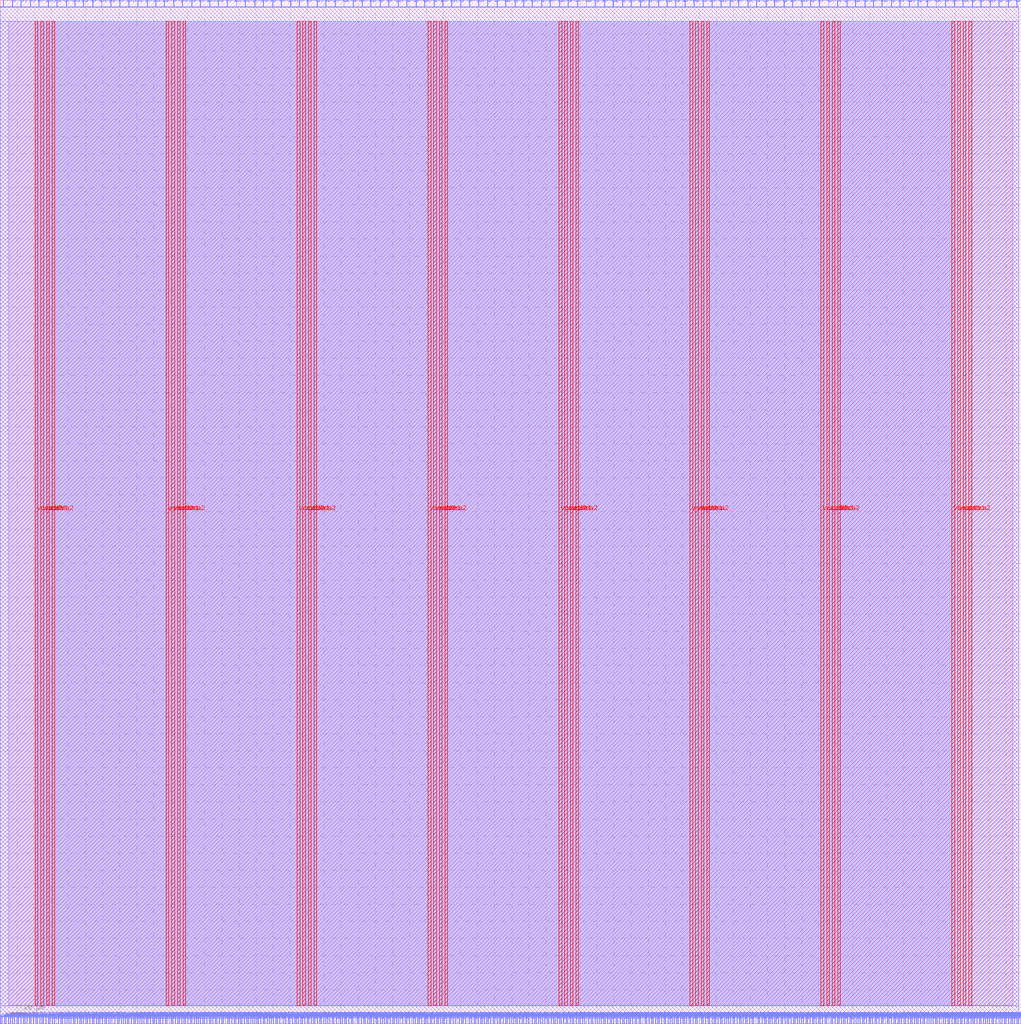
<source format=lef>
VERSION 5.7 ;
  NOWIREEXTENSIONATPIN ON ;
  DIVIDERCHAR "/" ;
  BUSBITCHARS "[]" ;
MACRO prng_proj
  CLASS BLOCK ;
  FOREIGN prng_proj ;
  ORIGIN 0.000 0.000 ;
  SIZE 598.760 BY 600.000 ;
  PIN io_in[0]
    DIRECTION INPUT ;
    USE SIGNAL ;
    PORT
      LAYER met2 ;
        RECT 1.860 596.000 2.140 600.000 ;
    END
  END io_in[0]
  PIN io_in[10]
    DIRECTION INPUT ;
    USE SIGNAL ;
    PORT
      LAYER met2 ;
        RECT 159.640 596.000 159.920 600.000 ;
    END
  END io_in[10]
  PIN io_in[11]
    DIRECTION INPUT ;
    USE SIGNAL ;
    PORT
      LAYER met2 ;
        RECT 175.280 596.000 175.560 600.000 ;
    END
  END io_in[11]
  PIN io_in[12]
    DIRECTION INPUT ;
    USE SIGNAL ;
    PORT
      LAYER met2 ;
        RECT 190.920 596.000 191.200 600.000 ;
    END
  END io_in[12]
  PIN io_in[13]
    DIRECTION INPUT ;
    USE SIGNAL ;
    PORT
      LAYER met2 ;
        RECT 207.020 596.000 207.300 600.000 ;
    END
  END io_in[13]
  PIN io_in[14]
    DIRECTION INPUT ;
    USE SIGNAL ;
    PORT
      LAYER met2 ;
        RECT 222.660 596.000 222.940 600.000 ;
    END
  END io_in[14]
  PIN io_in[15]
    DIRECTION INPUT ;
    USE SIGNAL ;
    PORT
      LAYER met2 ;
        RECT 238.300 596.000 238.580 600.000 ;
    END
  END io_in[15]
  PIN io_in[16]
    DIRECTION INPUT ;
    USE SIGNAL ;
    PORT
      LAYER met2 ;
        RECT 254.400 596.000 254.680 600.000 ;
    END
  END io_in[16]
  PIN io_in[17]
    DIRECTION INPUT ;
    USE SIGNAL ;
    PORT
      LAYER met2 ;
        RECT 270.040 596.000 270.320 600.000 ;
    END
  END io_in[17]
  PIN io_in[18]
    DIRECTION INPUT ;
    USE SIGNAL ;
    PORT
      LAYER met2 ;
        RECT 285.680 596.000 285.960 600.000 ;
    END
  END io_in[18]
  PIN io_in[19]
    DIRECTION INPUT ;
    USE SIGNAL ;
    PORT
      LAYER met2 ;
        RECT 301.780 596.000 302.060 600.000 ;
    END
  END io_in[19]
  PIN io_in[1]
    DIRECTION INPUT ;
    USE SIGNAL ;
    PORT
      LAYER met2 ;
        RECT 17.500 596.000 17.780 600.000 ;
    END
  END io_in[1]
  PIN io_in[20]
    DIRECTION INPUT ;
    USE SIGNAL ;
    PORT
      LAYER met2 ;
        RECT 317.420 596.000 317.700 600.000 ;
    END
  END io_in[20]
  PIN io_in[21]
    DIRECTION INPUT ;
    USE SIGNAL ;
    PORT
      LAYER met2 ;
        RECT 333.060 596.000 333.340 600.000 ;
    END
  END io_in[21]
  PIN io_in[22]
    DIRECTION INPUT ;
    USE SIGNAL ;
    PORT
      LAYER met2 ;
        RECT 348.700 596.000 348.980 600.000 ;
    END
  END io_in[22]
  PIN io_in[23]
    DIRECTION INPUT ;
    USE SIGNAL ;
    PORT
      LAYER met2 ;
        RECT 364.800 596.000 365.080 600.000 ;
    END
  END io_in[23]
  PIN io_in[24]
    DIRECTION INPUT ;
    USE SIGNAL ;
    PORT
      LAYER met2 ;
        RECT 380.440 596.000 380.720 600.000 ;
    END
  END io_in[24]
  PIN io_in[25]
    DIRECTION INPUT ;
    USE SIGNAL ;
    PORT
      LAYER met2 ;
        RECT 396.080 596.000 396.360 600.000 ;
    END
  END io_in[25]
  PIN io_in[26]
    DIRECTION INPUT ;
    USE SIGNAL ;
    PORT
      LAYER met2 ;
        RECT 412.180 596.000 412.460 600.000 ;
    END
  END io_in[26]
  PIN io_in[27]
    DIRECTION INPUT ;
    USE SIGNAL ;
    PORT
      LAYER met2 ;
        RECT 427.820 596.000 428.100 600.000 ;
    END
  END io_in[27]
  PIN io_in[28]
    DIRECTION INPUT ;
    USE SIGNAL ;
    PORT
      LAYER met2 ;
        RECT 443.460 596.000 443.740 600.000 ;
    END
  END io_in[28]
  PIN io_in[29]
    DIRECTION INPUT ;
    USE SIGNAL ;
    PORT
      LAYER met2 ;
        RECT 459.560 596.000 459.840 600.000 ;
    END
  END io_in[29]
  PIN io_in[2]
    DIRECTION INPUT ;
    USE SIGNAL ;
    PORT
      LAYER met2 ;
        RECT 33.140 596.000 33.420 600.000 ;
    END
  END io_in[2]
  PIN io_in[30]
    DIRECTION INPUT ;
    USE SIGNAL ;
    PORT
      LAYER met2 ;
        RECT 475.200 596.000 475.480 600.000 ;
    END
  END io_in[30]
  PIN io_in[31]
    DIRECTION INPUT ;
    USE SIGNAL ;
    PORT
      LAYER met2 ;
        RECT 490.840 596.000 491.120 600.000 ;
    END
  END io_in[31]
  PIN io_in[32]
    DIRECTION INPUT ;
    USE SIGNAL ;
    PORT
      LAYER met2 ;
        RECT 506.940 596.000 507.220 600.000 ;
    END
  END io_in[32]
  PIN io_in[33]
    DIRECTION INPUT ;
    USE SIGNAL ;
    PORT
      LAYER met2 ;
        RECT 522.580 596.000 522.860 600.000 ;
    END
  END io_in[33]
  PIN io_in[34]
    DIRECTION INPUT ;
    USE SIGNAL ;
    PORT
      LAYER met2 ;
        RECT 538.220 596.000 538.500 600.000 ;
    END
  END io_in[34]
  PIN io_in[35]
    DIRECTION INPUT ;
    USE SIGNAL ;
    PORT
      LAYER met2 ;
        RECT 554.320 596.000 554.600 600.000 ;
    END
  END io_in[35]
  PIN io_in[36]
    DIRECTION INPUT ;
    USE SIGNAL ;
    PORT
      LAYER met2 ;
        RECT 569.960 596.000 570.240 600.000 ;
    END
  END io_in[36]
  PIN io_in[37]
    DIRECTION INPUT ;
    USE SIGNAL ;
    PORT
      LAYER met2 ;
        RECT 585.600 596.000 585.880 600.000 ;
    END
  END io_in[37]
  PIN io_in[3]
    DIRECTION INPUT ;
    USE SIGNAL ;
    PORT
      LAYER met2 ;
        RECT 48.780 596.000 49.060 600.000 ;
    END
  END io_in[3]
  PIN io_in[4]
    DIRECTION INPUT ;
    USE SIGNAL ;
    PORT
      LAYER met2 ;
        RECT 64.880 596.000 65.160 600.000 ;
    END
  END io_in[4]
  PIN io_in[5]
    DIRECTION INPUT ;
    USE SIGNAL ;
    PORT
      LAYER met2 ;
        RECT 80.520 596.000 80.800 600.000 ;
    END
  END io_in[5]
  PIN io_in[6]
    DIRECTION INPUT ;
    USE SIGNAL ;
    PORT
      LAYER met2 ;
        RECT 96.160 596.000 96.440 600.000 ;
    END
  END io_in[6]
  PIN io_in[7]
    DIRECTION INPUT ;
    USE SIGNAL ;
    PORT
      LAYER met2 ;
        RECT 112.260 596.000 112.540 600.000 ;
    END
  END io_in[7]
  PIN io_in[8]
    DIRECTION INPUT ;
    USE SIGNAL ;
    PORT
      LAYER met2 ;
        RECT 127.900 596.000 128.180 600.000 ;
    END
  END io_in[8]
  PIN io_in[9]
    DIRECTION INPUT ;
    USE SIGNAL ;
    PORT
      LAYER met2 ;
        RECT 143.540 596.000 143.820 600.000 ;
    END
  END io_in[9]
  PIN io_oeb[0]
    DIRECTION OUTPUT TRISTATE ;
    USE SIGNAL ;
    PORT
      LAYER met2 ;
        RECT 6.920 596.000 7.200 600.000 ;
    END
  END io_oeb[0]
  PIN io_oeb[10]
    DIRECTION OUTPUT TRISTATE ;
    USE SIGNAL ;
    PORT
      LAYER met2 ;
        RECT 164.700 596.000 164.980 600.000 ;
    END
  END io_oeb[10]
  PIN io_oeb[11]
    DIRECTION OUTPUT TRISTATE ;
    USE SIGNAL ;
    PORT
      LAYER met2 ;
        RECT 180.340 596.000 180.620 600.000 ;
    END
  END io_oeb[11]
  PIN io_oeb[12]
    DIRECTION OUTPUT TRISTATE ;
    USE SIGNAL ;
    PORT
      LAYER met2 ;
        RECT 196.440 596.000 196.720 600.000 ;
    END
  END io_oeb[12]
  PIN io_oeb[13]
    DIRECTION OUTPUT TRISTATE ;
    USE SIGNAL ;
    PORT
      LAYER met2 ;
        RECT 212.080 596.000 212.360 600.000 ;
    END
  END io_oeb[13]
  PIN io_oeb[14]
    DIRECTION OUTPUT TRISTATE ;
    USE SIGNAL ;
    PORT
      LAYER met2 ;
        RECT 227.720 596.000 228.000 600.000 ;
    END
  END io_oeb[14]
  PIN io_oeb[15]
    DIRECTION OUTPUT TRISTATE ;
    USE SIGNAL ;
    PORT
      LAYER met2 ;
        RECT 243.820 596.000 244.100 600.000 ;
    END
  END io_oeb[15]
  PIN io_oeb[16]
    DIRECTION OUTPUT TRISTATE ;
    USE SIGNAL ;
    PORT
      LAYER met2 ;
        RECT 259.460 596.000 259.740 600.000 ;
    END
  END io_oeb[16]
  PIN io_oeb[17]
    DIRECTION OUTPUT TRISTATE ;
    USE SIGNAL ;
    PORT
      LAYER met2 ;
        RECT 275.100 596.000 275.380 600.000 ;
    END
  END io_oeb[17]
  PIN io_oeb[18]
    DIRECTION OUTPUT TRISTATE ;
    USE SIGNAL ;
    PORT
      LAYER met2 ;
        RECT 291.200 596.000 291.480 600.000 ;
    END
  END io_oeb[18]
  PIN io_oeb[19]
    DIRECTION OUTPUT TRISTATE ;
    USE SIGNAL ;
    PORT
      LAYER met2 ;
        RECT 306.840 596.000 307.120 600.000 ;
    END
  END io_oeb[19]
  PIN io_oeb[1]
    DIRECTION OUTPUT TRISTATE ;
    USE SIGNAL ;
    PORT
      LAYER met2 ;
        RECT 22.560 596.000 22.840 600.000 ;
    END
  END io_oeb[1]
  PIN io_oeb[20]
    DIRECTION OUTPUT TRISTATE ;
    USE SIGNAL ;
    PORT
      LAYER met2 ;
        RECT 322.480 596.000 322.760 600.000 ;
    END
  END io_oeb[20]
  PIN io_oeb[21]
    DIRECTION OUTPUT TRISTATE ;
    USE SIGNAL ;
    PORT
      LAYER met2 ;
        RECT 338.580 596.000 338.860 600.000 ;
    END
  END io_oeb[21]
  PIN io_oeb[22]
    DIRECTION OUTPUT TRISTATE ;
    USE SIGNAL ;
    PORT
      LAYER met2 ;
        RECT 354.220 596.000 354.500 600.000 ;
    END
  END io_oeb[22]
  PIN io_oeb[23]
    DIRECTION OUTPUT TRISTATE ;
    USE SIGNAL ;
    PORT
      LAYER met2 ;
        RECT 369.860 596.000 370.140 600.000 ;
    END
  END io_oeb[23]
  PIN io_oeb[24]
    DIRECTION OUTPUT TRISTATE ;
    USE SIGNAL ;
    PORT
      LAYER met2 ;
        RECT 385.960 596.000 386.240 600.000 ;
    END
  END io_oeb[24]
  PIN io_oeb[25]
    DIRECTION OUTPUT TRISTATE ;
    USE SIGNAL ;
    PORT
      LAYER met2 ;
        RECT 401.600 596.000 401.880 600.000 ;
    END
  END io_oeb[25]
  PIN io_oeb[26]
    DIRECTION OUTPUT TRISTATE ;
    USE SIGNAL ;
    PORT
      LAYER met2 ;
        RECT 417.240 596.000 417.520 600.000 ;
    END
  END io_oeb[26]
  PIN io_oeb[27]
    DIRECTION OUTPUT TRISTATE ;
    USE SIGNAL ;
    PORT
      LAYER met2 ;
        RECT 432.880 596.000 433.160 600.000 ;
    END
  END io_oeb[27]
  PIN io_oeb[28]
    DIRECTION OUTPUT TRISTATE ;
    USE SIGNAL ;
    PORT
      LAYER met2 ;
        RECT 448.980 596.000 449.260 600.000 ;
    END
  END io_oeb[28]
  PIN io_oeb[29]
    DIRECTION OUTPUT TRISTATE ;
    USE SIGNAL ;
    PORT
      LAYER met2 ;
        RECT 464.620 596.000 464.900 600.000 ;
    END
  END io_oeb[29]
  PIN io_oeb[2]
    DIRECTION OUTPUT TRISTATE ;
    USE SIGNAL ;
    PORT
      LAYER met2 ;
        RECT 38.660 596.000 38.940 600.000 ;
    END
  END io_oeb[2]
  PIN io_oeb[30]
    DIRECTION OUTPUT TRISTATE ;
    USE SIGNAL ;
    PORT
      LAYER met2 ;
        RECT 480.260 596.000 480.540 600.000 ;
    END
  END io_oeb[30]
  PIN io_oeb[31]
    DIRECTION OUTPUT TRISTATE ;
    USE SIGNAL ;
    PORT
      LAYER met2 ;
        RECT 496.360 596.000 496.640 600.000 ;
    END
  END io_oeb[31]
  PIN io_oeb[32]
    DIRECTION OUTPUT TRISTATE ;
    USE SIGNAL ;
    PORT
      LAYER met2 ;
        RECT 512.000 596.000 512.280 600.000 ;
    END
  END io_oeb[32]
  PIN io_oeb[33]
    DIRECTION OUTPUT TRISTATE ;
    USE SIGNAL ;
    PORT
      LAYER met2 ;
        RECT 527.640 596.000 527.920 600.000 ;
    END
  END io_oeb[33]
  PIN io_oeb[34]
    DIRECTION OUTPUT TRISTATE ;
    USE SIGNAL ;
    PORT
      LAYER met2 ;
        RECT 543.740 596.000 544.020 600.000 ;
    END
  END io_oeb[34]
  PIN io_oeb[35]
    DIRECTION OUTPUT TRISTATE ;
    USE SIGNAL ;
    PORT
      LAYER met2 ;
        RECT 559.380 596.000 559.660 600.000 ;
    END
  END io_oeb[35]
  PIN io_oeb[36]
    DIRECTION OUTPUT TRISTATE ;
    USE SIGNAL ;
    PORT
      LAYER met2 ;
        RECT 575.020 596.000 575.300 600.000 ;
    END
  END io_oeb[36]
  PIN io_oeb[37]
    DIRECTION OUTPUT TRISTATE ;
    USE SIGNAL ;
    PORT
      LAYER met2 ;
        RECT 591.120 596.000 591.400 600.000 ;
    END
  END io_oeb[37]
  PIN io_oeb[3]
    DIRECTION OUTPUT TRISTATE ;
    USE SIGNAL ;
    PORT
      LAYER met2 ;
        RECT 54.300 596.000 54.580 600.000 ;
    END
  END io_oeb[3]
  PIN io_oeb[4]
    DIRECTION OUTPUT TRISTATE ;
    USE SIGNAL ;
    PORT
      LAYER met2 ;
        RECT 69.940 596.000 70.220 600.000 ;
    END
  END io_oeb[4]
  PIN io_oeb[5]
    DIRECTION OUTPUT TRISTATE ;
    USE SIGNAL ;
    PORT
      LAYER met2 ;
        RECT 86.040 596.000 86.320 600.000 ;
    END
  END io_oeb[5]
  PIN io_oeb[6]
    DIRECTION OUTPUT TRISTATE ;
    USE SIGNAL ;
    PORT
      LAYER met2 ;
        RECT 101.680 596.000 101.960 600.000 ;
    END
  END io_oeb[6]
  PIN io_oeb[7]
    DIRECTION OUTPUT TRISTATE ;
    USE SIGNAL ;
    PORT
      LAYER met2 ;
        RECT 117.320 596.000 117.600 600.000 ;
    END
  END io_oeb[7]
  PIN io_oeb[8]
    DIRECTION OUTPUT TRISTATE ;
    USE SIGNAL ;
    PORT
      LAYER met2 ;
        RECT 132.960 596.000 133.240 600.000 ;
    END
  END io_oeb[8]
  PIN io_oeb[9]
    DIRECTION OUTPUT TRISTATE ;
    USE SIGNAL ;
    PORT
      LAYER met2 ;
        RECT 149.060 596.000 149.340 600.000 ;
    END
  END io_oeb[9]
  PIN io_out[0]
    DIRECTION OUTPUT TRISTATE ;
    USE SIGNAL ;
    PORT
      LAYER met2 ;
        RECT 11.980 596.000 12.260 600.000 ;
    END
  END io_out[0]
  PIN io_out[10]
    DIRECTION OUTPUT TRISTATE ;
    USE SIGNAL ;
    PORT
      LAYER met2 ;
        RECT 170.220 596.000 170.500 600.000 ;
    END
  END io_out[10]
  PIN io_out[11]
    DIRECTION OUTPUT TRISTATE ;
    USE SIGNAL ;
    PORT
      LAYER met2 ;
        RECT 185.860 596.000 186.140 600.000 ;
    END
  END io_out[11]
  PIN io_out[12]
    DIRECTION OUTPUT TRISTATE ;
    USE SIGNAL ;
    PORT
      LAYER met2 ;
        RECT 201.500 596.000 201.780 600.000 ;
    END
  END io_out[12]
  PIN io_out[13]
    DIRECTION OUTPUT TRISTATE ;
    USE SIGNAL ;
    PORT
      LAYER met2 ;
        RECT 217.140 596.000 217.420 600.000 ;
    END
  END io_out[13]
  PIN io_out[14]
    DIRECTION OUTPUT TRISTATE ;
    USE SIGNAL ;
    PORT
      LAYER met2 ;
        RECT 233.240 596.000 233.520 600.000 ;
    END
  END io_out[14]
  PIN io_out[15]
    DIRECTION OUTPUT TRISTATE ;
    USE SIGNAL ;
    PORT
      LAYER met2 ;
        RECT 248.880 596.000 249.160 600.000 ;
    END
  END io_out[15]
  PIN io_out[16]
    DIRECTION OUTPUT TRISTATE ;
    USE SIGNAL ;
    PORT
      LAYER met2 ;
        RECT 264.520 596.000 264.800 600.000 ;
    END
  END io_out[16]
  PIN io_out[17]
    DIRECTION OUTPUT TRISTATE ;
    USE SIGNAL ;
    PORT
      LAYER met2 ;
        RECT 280.620 596.000 280.900 600.000 ;
    END
  END io_out[17]
  PIN io_out[18]
    DIRECTION OUTPUT TRISTATE ;
    USE SIGNAL ;
    PORT
      LAYER met2 ;
        RECT 296.260 596.000 296.540 600.000 ;
    END
  END io_out[18]
  PIN io_out[19]
    DIRECTION OUTPUT TRISTATE ;
    USE SIGNAL ;
    PORT
      LAYER met2 ;
        RECT 311.900 596.000 312.180 600.000 ;
    END
  END io_out[19]
  PIN io_out[1]
    DIRECTION OUTPUT TRISTATE ;
    USE SIGNAL ;
    PORT
      LAYER met2 ;
        RECT 28.080 596.000 28.360 600.000 ;
    END
  END io_out[1]
  PIN io_out[20]
    DIRECTION OUTPUT TRISTATE ;
    USE SIGNAL ;
    PORT
      LAYER met2 ;
        RECT 328.000 596.000 328.280 600.000 ;
    END
  END io_out[20]
  PIN io_out[21]
    DIRECTION OUTPUT TRISTATE ;
    USE SIGNAL ;
    PORT
      LAYER met2 ;
        RECT 343.640 596.000 343.920 600.000 ;
    END
  END io_out[21]
  PIN io_out[22]
    DIRECTION OUTPUT TRISTATE ;
    USE SIGNAL ;
    PORT
      LAYER met2 ;
        RECT 359.280 596.000 359.560 600.000 ;
    END
  END io_out[22]
  PIN io_out[23]
    DIRECTION OUTPUT TRISTATE ;
    USE SIGNAL ;
    PORT
      LAYER met2 ;
        RECT 375.380 596.000 375.660 600.000 ;
    END
  END io_out[23]
  PIN io_out[24]
    DIRECTION OUTPUT TRISTATE ;
    USE SIGNAL ;
    PORT
      LAYER met2 ;
        RECT 391.020 596.000 391.300 600.000 ;
    END
  END io_out[24]
  PIN io_out[25]
    DIRECTION OUTPUT TRISTATE ;
    USE SIGNAL ;
    PORT
      LAYER met2 ;
        RECT 406.660 596.000 406.940 600.000 ;
    END
  END io_out[25]
  PIN io_out[26]
    DIRECTION OUTPUT TRISTATE ;
    USE SIGNAL ;
    PORT
      LAYER met2 ;
        RECT 422.760 596.000 423.040 600.000 ;
    END
  END io_out[26]
  PIN io_out[27]
    DIRECTION OUTPUT TRISTATE ;
    USE SIGNAL ;
    PORT
      LAYER met2 ;
        RECT 438.400 596.000 438.680 600.000 ;
    END
  END io_out[27]
  PIN io_out[28]
    DIRECTION OUTPUT TRISTATE ;
    USE SIGNAL ;
    PORT
      LAYER met2 ;
        RECT 454.040 596.000 454.320 600.000 ;
    END
  END io_out[28]
  PIN io_out[29]
    DIRECTION OUTPUT TRISTATE ;
    USE SIGNAL ;
    PORT
      LAYER met2 ;
        RECT 470.140 596.000 470.420 600.000 ;
    END
  END io_out[29]
  PIN io_out[2]
    DIRECTION OUTPUT TRISTATE ;
    USE SIGNAL ;
    PORT
      LAYER met2 ;
        RECT 43.720 596.000 44.000 600.000 ;
    END
  END io_out[2]
  PIN io_out[30]
    DIRECTION OUTPUT TRISTATE ;
    USE SIGNAL ;
    PORT
      LAYER met2 ;
        RECT 485.780 596.000 486.060 600.000 ;
    END
  END io_out[30]
  PIN io_out[31]
    DIRECTION OUTPUT TRISTATE ;
    USE SIGNAL ;
    PORT
      LAYER met2 ;
        RECT 501.420 596.000 501.700 600.000 ;
    END
  END io_out[31]
  PIN io_out[32]
    DIRECTION OUTPUT TRISTATE ;
    USE SIGNAL ;
    PORT
      LAYER met2 ;
        RECT 517.060 596.000 517.340 600.000 ;
    END
  END io_out[32]
  PIN io_out[33]
    DIRECTION OUTPUT TRISTATE ;
    USE SIGNAL ;
    PORT
      LAYER met2 ;
        RECT 533.160 596.000 533.440 600.000 ;
    END
  END io_out[33]
  PIN io_out[34]
    DIRECTION OUTPUT TRISTATE ;
    USE SIGNAL ;
    PORT
      LAYER met2 ;
        RECT 548.800 596.000 549.080 600.000 ;
    END
  END io_out[34]
  PIN io_out[35]
    DIRECTION OUTPUT TRISTATE ;
    USE SIGNAL ;
    PORT
      LAYER met2 ;
        RECT 564.440 596.000 564.720 600.000 ;
    END
  END io_out[35]
  PIN io_out[36]
    DIRECTION OUTPUT TRISTATE ;
    USE SIGNAL ;
    PORT
      LAYER met2 ;
        RECT 580.540 596.000 580.820 600.000 ;
    END
  END io_out[36]
  PIN io_out[37]
    DIRECTION OUTPUT TRISTATE ;
    USE SIGNAL ;
    PORT
      LAYER met2 ;
        RECT 596.180 596.000 596.460 600.000 ;
    END
  END io_out[37]
  PIN io_out[3]
    DIRECTION OUTPUT TRISTATE ;
    USE SIGNAL ;
    PORT
      LAYER met2 ;
        RECT 59.360 596.000 59.640 600.000 ;
    END
  END io_out[3]
  PIN io_out[4]
    DIRECTION OUTPUT TRISTATE ;
    USE SIGNAL ;
    PORT
      LAYER met2 ;
        RECT 75.460 596.000 75.740 600.000 ;
    END
  END io_out[4]
  PIN io_out[5]
    DIRECTION OUTPUT TRISTATE ;
    USE SIGNAL ;
    PORT
      LAYER met2 ;
        RECT 91.100 596.000 91.380 600.000 ;
    END
  END io_out[5]
  PIN io_out[6]
    DIRECTION OUTPUT TRISTATE ;
    USE SIGNAL ;
    PORT
      LAYER met2 ;
        RECT 106.740 596.000 107.020 600.000 ;
    END
  END io_out[6]
  PIN io_out[7]
    DIRECTION OUTPUT TRISTATE ;
    USE SIGNAL ;
    PORT
      LAYER met2 ;
        RECT 122.840 596.000 123.120 600.000 ;
    END
  END io_out[7]
  PIN io_out[8]
    DIRECTION OUTPUT TRISTATE ;
    USE SIGNAL ;
    PORT
      LAYER met2 ;
        RECT 138.480 596.000 138.760 600.000 ;
    END
  END io_out[8]
  PIN io_out[9]
    DIRECTION OUTPUT TRISTATE ;
    USE SIGNAL ;
    PORT
      LAYER met2 ;
        RECT 154.120 596.000 154.400 600.000 ;
    END
  END io_out[9]
  PIN la_data_in[0]
    DIRECTION INPUT ;
    USE SIGNAL ;
    PORT
      LAYER met2 ;
        RECT 129.740 0.000 130.020 4.000 ;
    END
  END la_data_in[0]
  PIN la_data_in[100]
    DIRECTION INPUT ;
    USE SIGNAL ;
    PORT
      LAYER met2 ;
        RECT 496.820 0.000 497.100 4.000 ;
    END
  END la_data_in[100]
  PIN la_data_in[101]
    DIRECTION INPUT ;
    USE SIGNAL ;
    PORT
      LAYER met2 ;
        RECT 500.500 0.000 500.780 4.000 ;
    END
  END la_data_in[101]
  PIN la_data_in[102]
    DIRECTION INPUT ;
    USE SIGNAL ;
    PORT
      LAYER met2 ;
        RECT 504.180 0.000 504.460 4.000 ;
    END
  END la_data_in[102]
  PIN la_data_in[103]
    DIRECTION INPUT ;
    USE SIGNAL ;
    PORT
      LAYER met2 ;
        RECT 507.860 0.000 508.140 4.000 ;
    END
  END la_data_in[103]
  PIN la_data_in[104]
    DIRECTION INPUT ;
    USE SIGNAL ;
    PORT
      LAYER met2 ;
        RECT 511.540 0.000 511.820 4.000 ;
    END
  END la_data_in[104]
  PIN la_data_in[105]
    DIRECTION INPUT ;
    USE SIGNAL ;
    PORT
      LAYER met2 ;
        RECT 515.220 0.000 515.500 4.000 ;
    END
  END la_data_in[105]
  PIN la_data_in[106]
    DIRECTION INPUT ;
    USE SIGNAL ;
    PORT
      LAYER met2 ;
        RECT 518.900 0.000 519.180 4.000 ;
    END
  END la_data_in[106]
  PIN la_data_in[107]
    DIRECTION INPUT ;
    USE SIGNAL ;
    PORT
      LAYER met2 ;
        RECT 522.580 0.000 522.860 4.000 ;
    END
  END la_data_in[107]
  PIN la_data_in[108]
    DIRECTION INPUT ;
    USE SIGNAL ;
    PORT
      LAYER met2 ;
        RECT 526.260 0.000 526.540 4.000 ;
    END
  END la_data_in[108]
  PIN la_data_in[109]
    DIRECTION INPUT ;
    USE SIGNAL ;
    PORT
      LAYER met2 ;
        RECT 529.940 0.000 530.220 4.000 ;
    END
  END la_data_in[109]
  PIN la_data_in[10]
    DIRECTION INPUT ;
    USE SIGNAL ;
    PORT
      LAYER met2 ;
        RECT 166.080 0.000 166.360 4.000 ;
    END
  END la_data_in[10]
  PIN la_data_in[110]
    DIRECTION INPUT ;
    USE SIGNAL ;
    PORT
      LAYER met2 ;
        RECT 533.620 0.000 533.900 4.000 ;
    END
  END la_data_in[110]
  PIN la_data_in[111]
    DIRECTION INPUT ;
    USE SIGNAL ;
    PORT
      LAYER met2 ;
        RECT 537.300 0.000 537.580 4.000 ;
    END
  END la_data_in[111]
  PIN la_data_in[112]
    DIRECTION INPUT ;
    USE SIGNAL ;
    PORT
      LAYER met2 ;
        RECT 540.980 0.000 541.260 4.000 ;
    END
  END la_data_in[112]
  PIN la_data_in[113]
    DIRECTION INPUT ;
    USE SIGNAL ;
    PORT
      LAYER met2 ;
        RECT 544.660 0.000 544.940 4.000 ;
    END
  END la_data_in[113]
  PIN la_data_in[114]
    DIRECTION INPUT ;
    USE SIGNAL ;
    PORT
      LAYER met2 ;
        RECT 548.340 0.000 548.620 4.000 ;
    END
  END la_data_in[114]
  PIN la_data_in[115]
    DIRECTION INPUT ;
    USE SIGNAL ;
    PORT
      LAYER met2 ;
        RECT 552.020 0.000 552.300 4.000 ;
    END
  END la_data_in[115]
  PIN la_data_in[116]
    DIRECTION INPUT ;
    USE SIGNAL ;
    PORT
      LAYER met2 ;
        RECT 555.700 0.000 555.980 4.000 ;
    END
  END la_data_in[116]
  PIN la_data_in[117]
    DIRECTION INPUT ;
    USE SIGNAL ;
    PORT
      LAYER met2 ;
        RECT 559.380 0.000 559.660 4.000 ;
    END
  END la_data_in[117]
  PIN la_data_in[118]
    DIRECTION INPUT ;
    USE SIGNAL ;
    PORT
      LAYER met2 ;
        RECT 563.060 0.000 563.340 4.000 ;
    END
  END la_data_in[118]
  PIN la_data_in[119]
    DIRECTION INPUT ;
    USE SIGNAL ;
    PORT
      LAYER met2 ;
        RECT 566.740 0.000 567.020 4.000 ;
    END
  END la_data_in[119]
  PIN la_data_in[11]
    DIRECTION INPUT ;
    USE SIGNAL ;
    PORT
      LAYER met2 ;
        RECT 169.760 0.000 170.040 4.000 ;
    END
  END la_data_in[11]
  PIN la_data_in[120]
    DIRECTION INPUT ;
    USE SIGNAL ;
    PORT
      LAYER met2 ;
        RECT 570.420 0.000 570.700 4.000 ;
    END
  END la_data_in[120]
  PIN la_data_in[121]
    DIRECTION INPUT ;
    USE SIGNAL ;
    PORT
      LAYER met2 ;
        RECT 574.100 0.000 574.380 4.000 ;
    END
  END la_data_in[121]
  PIN la_data_in[122]
    DIRECTION INPUT ;
    USE SIGNAL ;
    PORT
      LAYER met2 ;
        RECT 577.780 0.000 578.060 4.000 ;
    END
  END la_data_in[122]
  PIN la_data_in[123]
    DIRECTION INPUT ;
    USE SIGNAL ;
    PORT
      LAYER met2 ;
        RECT 581.460 0.000 581.740 4.000 ;
    END
  END la_data_in[123]
  PIN la_data_in[124]
    DIRECTION INPUT ;
    USE SIGNAL ;
    PORT
      LAYER met2 ;
        RECT 585.140 0.000 585.420 4.000 ;
    END
  END la_data_in[124]
  PIN la_data_in[125]
    DIRECTION INPUT ;
    USE SIGNAL ;
    PORT
      LAYER met2 ;
        RECT 588.820 0.000 589.100 4.000 ;
    END
  END la_data_in[125]
  PIN la_data_in[126]
    DIRECTION INPUT ;
    USE SIGNAL ;
    PORT
      LAYER met2 ;
        RECT 592.500 0.000 592.780 4.000 ;
    END
  END la_data_in[126]
  PIN la_data_in[127]
    DIRECTION INPUT ;
    USE SIGNAL ;
    PORT
      LAYER met2 ;
        RECT 596.180 0.000 596.460 4.000 ;
    END
  END la_data_in[127]
  PIN la_data_in[12]
    DIRECTION INPUT ;
    USE SIGNAL ;
    PORT
      LAYER met2 ;
        RECT 173.440 0.000 173.720 4.000 ;
    END
  END la_data_in[12]
  PIN la_data_in[13]
    DIRECTION INPUT ;
    USE SIGNAL ;
    PORT
      LAYER met2 ;
        RECT 177.120 0.000 177.400 4.000 ;
    END
  END la_data_in[13]
  PIN la_data_in[14]
    DIRECTION INPUT ;
    USE SIGNAL ;
    PORT
      LAYER met2 ;
        RECT 180.800 0.000 181.080 4.000 ;
    END
  END la_data_in[14]
  PIN la_data_in[15]
    DIRECTION INPUT ;
    USE SIGNAL ;
    PORT
      LAYER met2 ;
        RECT 184.480 0.000 184.760 4.000 ;
    END
  END la_data_in[15]
  PIN la_data_in[16]
    DIRECTION INPUT ;
    USE SIGNAL ;
    PORT
      LAYER met2 ;
        RECT 188.160 0.000 188.440 4.000 ;
    END
  END la_data_in[16]
  PIN la_data_in[17]
    DIRECTION INPUT ;
    USE SIGNAL ;
    PORT
      LAYER met2 ;
        RECT 191.840 0.000 192.120 4.000 ;
    END
  END la_data_in[17]
  PIN la_data_in[18]
    DIRECTION INPUT ;
    USE SIGNAL ;
    PORT
      LAYER met2 ;
        RECT 195.520 0.000 195.800 4.000 ;
    END
  END la_data_in[18]
  PIN la_data_in[19]
    DIRECTION INPUT ;
    USE SIGNAL ;
    PORT
      LAYER met2 ;
        RECT 199.200 0.000 199.480 4.000 ;
    END
  END la_data_in[19]
  PIN la_data_in[1]
    DIRECTION INPUT ;
    USE SIGNAL ;
    PORT
      LAYER met2 ;
        RECT 133.420 0.000 133.700 4.000 ;
    END
  END la_data_in[1]
  PIN la_data_in[20]
    DIRECTION INPUT ;
    USE SIGNAL ;
    PORT
      LAYER met2 ;
        RECT 202.880 0.000 203.160 4.000 ;
    END
  END la_data_in[20]
  PIN la_data_in[21]
    DIRECTION INPUT ;
    USE SIGNAL ;
    PORT
      LAYER met2 ;
        RECT 206.560 0.000 206.840 4.000 ;
    END
  END la_data_in[21]
  PIN la_data_in[22]
    DIRECTION INPUT ;
    USE SIGNAL ;
    PORT
      LAYER met2 ;
        RECT 210.240 0.000 210.520 4.000 ;
    END
  END la_data_in[22]
  PIN la_data_in[23]
    DIRECTION INPUT ;
    USE SIGNAL ;
    PORT
      LAYER met2 ;
        RECT 213.920 0.000 214.200 4.000 ;
    END
  END la_data_in[23]
  PIN la_data_in[24]
    DIRECTION INPUT ;
    USE SIGNAL ;
    PORT
      LAYER met2 ;
        RECT 217.600 0.000 217.880 4.000 ;
    END
  END la_data_in[24]
  PIN la_data_in[25]
    DIRECTION INPUT ;
    USE SIGNAL ;
    PORT
      LAYER met2 ;
        RECT 221.280 0.000 221.560 4.000 ;
    END
  END la_data_in[25]
  PIN la_data_in[26]
    DIRECTION INPUT ;
    USE SIGNAL ;
    PORT
      LAYER met2 ;
        RECT 224.960 0.000 225.240 4.000 ;
    END
  END la_data_in[26]
  PIN la_data_in[27]
    DIRECTION INPUT ;
    USE SIGNAL ;
    PORT
      LAYER met2 ;
        RECT 228.640 0.000 228.920 4.000 ;
    END
  END la_data_in[27]
  PIN la_data_in[28]
    DIRECTION INPUT ;
    USE SIGNAL ;
    PORT
      LAYER met2 ;
        RECT 232.320 0.000 232.600 4.000 ;
    END
  END la_data_in[28]
  PIN la_data_in[29]
    DIRECTION INPUT ;
    USE SIGNAL ;
    PORT
      LAYER met2 ;
        RECT 236.000 0.000 236.280 4.000 ;
    END
  END la_data_in[29]
  PIN la_data_in[2]
    DIRECTION INPUT ;
    USE SIGNAL ;
    PORT
      LAYER met2 ;
        RECT 137.100 0.000 137.380 4.000 ;
    END
  END la_data_in[2]
  PIN la_data_in[30]
    DIRECTION INPUT ;
    USE SIGNAL ;
    PORT
      LAYER met2 ;
        RECT 239.680 0.000 239.960 4.000 ;
    END
  END la_data_in[30]
  PIN la_data_in[31]
    DIRECTION INPUT ;
    USE SIGNAL ;
    PORT
      LAYER met2 ;
        RECT 243.360 0.000 243.640 4.000 ;
    END
  END la_data_in[31]
  PIN la_data_in[32]
    DIRECTION INPUT ;
    USE SIGNAL ;
    PORT
      LAYER met2 ;
        RECT 247.040 0.000 247.320 4.000 ;
    END
  END la_data_in[32]
  PIN la_data_in[33]
    DIRECTION INPUT ;
    USE SIGNAL ;
    PORT
      LAYER met2 ;
        RECT 250.720 0.000 251.000 4.000 ;
    END
  END la_data_in[33]
  PIN la_data_in[34]
    DIRECTION INPUT ;
    USE SIGNAL ;
    PORT
      LAYER met2 ;
        RECT 254.400 0.000 254.680 4.000 ;
    END
  END la_data_in[34]
  PIN la_data_in[35]
    DIRECTION INPUT ;
    USE SIGNAL ;
    PORT
      LAYER met2 ;
        RECT 258.080 0.000 258.360 4.000 ;
    END
  END la_data_in[35]
  PIN la_data_in[36]
    DIRECTION INPUT ;
    USE SIGNAL ;
    PORT
      LAYER met2 ;
        RECT 261.760 0.000 262.040 4.000 ;
    END
  END la_data_in[36]
  PIN la_data_in[37]
    DIRECTION INPUT ;
    USE SIGNAL ;
    PORT
      LAYER met2 ;
        RECT 265.440 0.000 265.720 4.000 ;
    END
  END la_data_in[37]
  PIN la_data_in[38]
    DIRECTION INPUT ;
    USE SIGNAL ;
    PORT
      LAYER met2 ;
        RECT 269.120 0.000 269.400 4.000 ;
    END
  END la_data_in[38]
  PIN la_data_in[39]
    DIRECTION INPUT ;
    USE SIGNAL ;
    PORT
      LAYER met2 ;
        RECT 272.800 0.000 273.080 4.000 ;
    END
  END la_data_in[39]
  PIN la_data_in[3]
    DIRECTION INPUT ;
    USE SIGNAL ;
    PORT
      LAYER met2 ;
        RECT 140.780 0.000 141.060 4.000 ;
    END
  END la_data_in[3]
  PIN la_data_in[40]
    DIRECTION INPUT ;
    USE SIGNAL ;
    PORT
      LAYER met2 ;
        RECT 276.480 0.000 276.760 4.000 ;
    END
  END la_data_in[40]
  PIN la_data_in[41]
    DIRECTION INPUT ;
    USE SIGNAL ;
    PORT
      LAYER met2 ;
        RECT 280.160 0.000 280.440 4.000 ;
    END
  END la_data_in[41]
  PIN la_data_in[42]
    DIRECTION INPUT ;
    USE SIGNAL ;
    PORT
      LAYER met2 ;
        RECT 283.840 0.000 284.120 4.000 ;
    END
  END la_data_in[42]
  PIN la_data_in[43]
    DIRECTION INPUT ;
    USE SIGNAL ;
    PORT
      LAYER met2 ;
        RECT 287.520 0.000 287.800 4.000 ;
    END
  END la_data_in[43]
  PIN la_data_in[44]
    DIRECTION INPUT ;
    USE SIGNAL ;
    PORT
      LAYER met2 ;
        RECT 291.200 0.000 291.480 4.000 ;
    END
  END la_data_in[44]
  PIN la_data_in[45]
    DIRECTION INPUT ;
    USE SIGNAL ;
    PORT
      LAYER met2 ;
        RECT 294.880 0.000 295.160 4.000 ;
    END
  END la_data_in[45]
  PIN la_data_in[46]
    DIRECTION INPUT ;
    USE SIGNAL ;
    PORT
      LAYER met2 ;
        RECT 298.560 0.000 298.840 4.000 ;
    END
  END la_data_in[46]
  PIN la_data_in[47]
    DIRECTION INPUT ;
    USE SIGNAL ;
    PORT
      LAYER met2 ;
        RECT 302.240 0.000 302.520 4.000 ;
    END
  END la_data_in[47]
  PIN la_data_in[48]
    DIRECTION INPUT ;
    USE SIGNAL ;
    PORT
      LAYER met2 ;
        RECT 305.920 0.000 306.200 4.000 ;
    END
  END la_data_in[48]
  PIN la_data_in[49]
    DIRECTION INPUT ;
    USE SIGNAL ;
    PORT
      LAYER met2 ;
        RECT 309.600 0.000 309.880 4.000 ;
    END
  END la_data_in[49]
  PIN la_data_in[4]
    DIRECTION INPUT ;
    USE SIGNAL ;
    PORT
      LAYER met2 ;
        RECT 144.460 0.000 144.740 4.000 ;
    END
  END la_data_in[4]
  PIN la_data_in[50]
    DIRECTION INPUT ;
    USE SIGNAL ;
    PORT
      LAYER met2 ;
        RECT 313.280 0.000 313.560 4.000 ;
    END
  END la_data_in[50]
  PIN la_data_in[51]
    DIRECTION INPUT ;
    USE SIGNAL ;
    PORT
      LAYER met2 ;
        RECT 316.960 0.000 317.240 4.000 ;
    END
  END la_data_in[51]
  PIN la_data_in[52]
    DIRECTION INPUT ;
    USE SIGNAL ;
    PORT
      LAYER met2 ;
        RECT 320.640 0.000 320.920 4.000 ;
    END
  END la_data_in[52]
  PIN la_data_in[53]
    DIRECTION INPUT ;
    USE SIGNAL ;
    PORT
      LAYER met2 ;
        RECT 324.320 0.000 324.600 4.000 ;
    END
  END la_data_in[53]
  PIN la_data_in[54]
    DIRECTION INPUT ;
    USE SIGNAL ;
    PORT
      LAYER met2 ;
        RECT 328.000 0.000 328.280 4.000 ;
    END
  END la_data_in[54]
  PIN la_data_in[55]
    DIRECTION INPUT ;
    USE SIGNAL ;
    PORT
      LAYER met2 ;
        RECT 331.680 0.000 331.960 4.000 ;
    END
  END la_data_in[55]
  PIN la_data_in[56]
    DIRECTION INPUT ;
    USE SIGNAL ;
    PORT
      LAYER met2 ;
        RECT 335.360 0.000 335.640 4.000 ;
    END
  END la_data_in[56]
  PIN la_data_in[57]
    DIRECTION INPUT ;
    USE SIGNAL ;
    PORT
      LAYER met2 ;
        RECT 339.040 0.000 339.320 4.000 ;
    END
  END la_data_in[57]
  PIN la_data_in[58]
    DIRECTION INPUT ;
    USE SIGNAL ;
    PORT
      LAYER met2 ;
        RECT 342.720 0.000 343.000 4.000 ;
    END
  END la_data_in[58]
  PIN la_data_in[59]
    DIRECTION INPUT ;
    USE SIGNAL ;
    PORT
      LAYER met2 ;
        RECT 346.400 0.000 346.680 4.000 ;
    END
  END la_data_in[59]
  PIN la_data_in[5]
    DIRECTION INPUT ;
    USE SIGNAL ;
    PORT
      LAYER met2 ;
        RECT 148.140 0.000 148.420 4.000 ;
    END
  END la_data_in[5]
  PIN la_data_in[60]
    DIRECTION INPUT ;
    USE SIGNAL ;
    PORT
      LAYER met2 ;
        RECT 350.080 0.000 350.360 4.000 ;
    END
  END la_data_in[60]
  PIN la_data_in[61]
    DIRECTION INPUT ;
    USE SIGNAL ;
    PORT
      LAYER met2 ;
        RECT 353.760 0.000 354.040 4.000 ;
    END
  END la_data_in[61]
  PIN la_data_in[62]
    DIRECTION INPUT ;
    USE SIGNAL ;
    PORT
      LAYER met2 ;
        RECT 357.440 0.000 357.720 4.000 ;
    END
  END la_data_in[62]
  PIN la_data_in[63]
    DIRECTION INPUT ;
    USE SIGNAL ;
    PORT
      LAYER met2 ;
        RECT 361.120 0.000 361.400 4.000 ;
    END
  END la_data_in[63]
  PIN la_data_in[64]
    DIRECTION INPUT ;
    USE SIGNAL ;
    PORT
      LAYER met2 ;
        RECT 364.800 0.000 365.080 4.000 ;
    END
  END la_data_in[64]
  PIN la_data_in[65]
    DIRECTION INPUT ;
    USE SIGNAL ;
    PORT
      LAYER met2 ;
        RECT 368.480 0.000 368.760 4.000 ;
    END
  END la_data_in[65]
  PIN la_data_in[66]
    DIRECTION INPUT ;
    USE SIGNAL ;
    PORT
      LAYER met2 ;
        RECT 372.160 0.000 372.440 4.000 ;
    END
  END la_data_in[66]
  PIN la_data_in[67]
    DIRECTION INPUT ;
    USE SIGNAL ;
    PORT
      LAYER met2 ;
        RECT 375.380 0.000 375.660 4.000 ;
    END
  END la_data_in[67]
  PIN la_data_in[68]
    DIRECTION INPUT ;
    USE SIGNAL ;
    PORT
      LAYER met2 ;
        RECT 379.060 0.000 379.340 4.000 ;
    END
  END la_data_in[68]
  PIN la_data_in[69]
    DIRECTION INPUT ;
    USE SIGNAL ;
    PORT
      LAYER met2 ;
        RECT 382.740 0.000 383.020 4.000 ;
    END
  END la_data_in[69]
  PIN la_data_in[6]
    DIRECTION INPUT ;
    USE SIGNAL ;
    PORT
      LAYER met2 ;
        RECT 151.360 0.000 151.640 4.000 ;
    END
  END la_data_in[6]
  PIN la_data_in[70]
    DIRECTION INPUT ;
    USE SIGNAL ;
    PORT
      LAYER met2 ;
        RECT 386.420 0.000 386.700 4.000 ;
    END
  END la_data_in[70]
  PIN la_data_in[71]
    DIRECTION INPUT ;
    USE SIGNAL ;
    PORT
      LAYER met2 ;
        RECT 390.100 0.000 390.380 4.000 ;
    END
  END la_data_in[71]
  PIN la_data_in[72]
    DIRECTION INPUT ;
    USE SIGNAL ;
    PORT
      LAYER met2 ;
        RECT 393.780 0.000 394.060 4.000 ;
    END
  END la_data_in[72]
  PIN la_data_in[73]
    DIRECTION INPUT ;
    USE SIGNAL ;
    PORT
      LAYER met2 ;
        RECT 397.460 0.000 397.740 4.000 ;
    END
  END la_data_in[73]
  PIN la_data_in[74]
    DIRECTION INPUT ;
    USE SIGNAL ;
    PORT
      LAYER met2 ;
        RECT 401.140 0.000 401.420 4.000 ;
    END
  END la_data_in[74]
  PIN la_data_in[75]
    DIRECTION INPUT ;
    USE SIGNAL ;
    PORT
      LAYER met2 ;
        RECT 404.820 0.000 405.100 4.000 ;
    END
  END la_data_in[75]
  PIN la_data_in[76]
    DIRECTION INPUT ;
    USE SIGNAL ;
    PORT
      LAYER met2 ;
        RECT 408.500 0.000 408.780 4.000 ;
    END
  END la_data_in[76]
  PIN la_data_in[77]
    DIRECTION INPUT ;
    USE SIGNAL ;
    PORT
      LAYER met2 ;
        RECT 412.180 0.000 412.460 4.000 ;
    END
  END la_data_in[77]
  PIN la_data_in[78]
    DIRECTION INPUT ;
    USE SIGNAL ;
    PORT
      LAYER met2 ;
        RECT 415.860 0.000 416.140 4.000 ;
    END
  END la_data_in[78]
  PIN la_data_in[79]
    DIRECTION INPUT ;
    USE SIGNAL ;
    PORT
      LAYER met2 ;
        RECT 419.540 0.000 419.820 4.000 ;
    END
  END la_data_in[79]
  PIN la_data_in[7]
    DIRECTION INPUT ;
    USE SIGNAL ;
    PORT
      LAYER met2 ;
        RECT 155.040 0.000 155.320 4.000 ;
    END
  END la_data_in[7]
  PIN la_data_in[80]
    DIRECTION INPUT ;
    USE SIGNAL ;
    PORT
      LAYER met2 ;
        RECT 423.220 0.000 423.500 4.000 ;
    END
  END la_data_in[80]
  PIN la_data_in[81]
    DIRECTION INPUT ;
    USE SIGNAL ;
    PORT
      LAYER met2 ;
        RECT 426.900 0.000 427.180 4.000 ;
    END
  END la_data_in[81]
  PIN la_data_in[82]
    DIRECTION INPUT ;
    USE SIGNAL ;
    PORT
      LAYER met2 ;
        RECT 430.580 0.000 430.860 4.000 ;
    END
  END la_data_in[82]
  PIN la_data_in[83]
    DIRECTION INPUT ;
    USE SIGNAL ;
    PORT
      LAYER met2 ;
        RECT 434.260 0.000 434.540 4.000 ;
    END
  END la_data_in[83]
  PIN la_data_in[84]
    DIRECTION INPUT ;
    USE SIGNAL ;
    PORT
      LAYER met2 ;
        RECT 437.940 0.000 438.220 4.000 ;
    END
  END la_data_in[84]
  PIN la_data_in[85]
    DIRECTION INPUT ;
    USE SIGNAL ;
    PORT
      LAYER met2 ;
        RECT 441.620 0.000 441.900 4.000 ;
    END
  END la_data_in[85]
  PIN la_data_in[86]
    DIRECTION INPUT ;
    USE SIGNAL ;
    PORT
      LAYER met2 ;
        RECT 445.300 0.000 445.580 4.000 ;
    END
  END la_data_in[86]
  PIN la_data_in[87]
    DIRECTION INPUT ;
    USE SIGNAL ;
    PORT
      LAYER met2 ;
        RECT 448.980 0.000 449.260 4.000 ;
    END
  END la_data_in[87]
  PIN la_data_in[88]
    DIRECTION INPUT ;
    USE SIGNAL ;
    PORT
      LAYER met2 ;
        RECT 452.660 0.000 452.940 4.000 ;
    END
  END la_data_in[88]
  PIN la_data_in[89]
    DIRECTION INPUT ;
    USE SIGNAL ;
    PORT
      LAYER met2 ;
        RECT 456.340 0.000 456.620 4.000 ;
    END
  END la_data_in[89]
  PIN la_data_in[8]
    DIRECTION INPUT ;
    USE SIGNAL ;
    PORT
      LAYER met2 ;
        RECT 158.720 0.000 159.000 4.000 ;
    END
  END la_data_in[8]
  PIN la_data_in[90]
    DIRECTION INPUT ;
    USE SIGNAL ;
    PORT
      LAYER met2 ;
        RECT 460.020 0.000 460.300 4.000 ;
    END
  END la_data_in[90]
  PIN la_data_in[91]
    DIRECTION INPUT ;
    USE SIGNAL ;
    PORT
      LAYER met2 ;
        RECT 463.700 0.000 463.980 4.000 ;
    END
  END la_data_in[91]
  PIN la_data_in[92]
    DIRECTION INPUT ;
    USE SIGNAL ;
    PORT
      LAYER met2 ;
        RECT 467.380 0.000 467.660 4.000 ;
    END
  END la_data_in[92]
  PIN la_data_in[93]
    DIRECTION INPUT ;
    USE SIGNAL ;
    PORT
      LAYER met2 ;
        RECT 471.060 0.000 471.340 4.000 ;
    END
  END la_data_in[93]
  PIN la_data_in[94]
    DIRECTION INPUT ;
    USE SIGNAL ;
    PORT
      LAYER met2 ;
        RECT 474.740 0.000 475.020 4.000 ;
    END
  END la_data_in[94]
  PIN la_data_in[95]
    DIRECTION INPUT ;
    USE SIGNAL ;
    PORT
      LAYER met2 ;
        RECT 478.420 0.000 478.700 4.000 ;
    END
  END la_data_in[95]
  PIN la_data_in[96]
    DIRECTION INPUT ;
    USE SIGNAL ;
    PORT
      LAYER met2 ;
        RECT 482.100 0.000 482.380 4.000 ;
    END
  END la_data_in[96]
  PIN la_data_in[97]
    DIRECTION INPUT ;
    USE SIGNAL ;
    PORT
      LAYER met2 ;
        RECT 485.780 0.000 486.060 4.000 ;
    END
  END la_data_in[97]
  PIN la_data_in[98]
    DIRECTION INPUT ;
    USE SIGNAL ;
    PORT
      LAYER met2 ;
        RECT 489.460 0.000 489.740 4.000 ;
    END
  END la_data_in[98]
  PIN la_data_in[99]
    DIRECTION INPUT ;
    USE SIGNAL ;
    PORT
      LAYER met2 ;
        RECT 493.140 0.000 493.420 4.000 ;
    END
  END la_data_in[99]
  PIN la_data_in[9]
    DIRECTION INPUT ;
    USE SIGNAL ;
    PORT
      LAYER met2 ;
        RECT 162.400 0.000 162.680 4.000 ;
    END
  END la_data_in[9]
  PIN la_data_out[0]
    DIRECTION OUTPUT TRISTATE ;
    USE SIGNAL ;
    PORT
      LAYER met2 ;
        RECT 130.660 0.000 130.940 4.000 ;
    END
  END la_data_out[0]
  PIN la_data_out[100]
    DIRECTION OUTPUT TRISTATE ;
    USE SIGNAL ;
    PORT
      LAYER met2 ;
        RECT 498.200 0.000 498.480 4.000 ;
    END
  END la_data_out[100]
  PIN la_data_out[101]
    DIRECTION OUTPUT TRISTATE ;
    USE SIGNAL ;
    PORT
      LAYER met2 ;
        RECT 501.880 0.000 502.160 4.000 ;
    END
  END la_data_out[101]
  PIN la_data_out[102]
    DIRECTION OUTPUT TRISTATE ;
    USE SIGNAL ;
    PORT
      LAYER met2 ;
        RECT 505.560 0.000 505.840 4.000 ;
    END
  END la_data_out[102]
  PIN la_data_out[103]
    DIRECTION OUTPUT TRISTATE ;
    USE SIGNAL ;
    PORT
      LAYER met2 ;
        RECT 509.240 0.000 509.520 4.000 ;
    END
  END la_data_out[103]
  PIN la_data_out[104]
    DIRECTION OUTPUT TRISTATE ;
    USE SIGNAL ;
    PORT
      LAYER met2 ;
        RECT 512.920 0.000 513.200 4.000 ;
    END
  END la_data_out[104]
  PIN la_data_out[105]
    DIRECTION OUTPUT TRISTATE ;
    USE SIGNAL ;
    PORT
      LAYER met2 ;
        RECT 516.600 0.000 516.880 4.000 ;
    END
  END la_data_out[105]
  PIN la_data_out[106]
    DIRECTION OUTPUT TRISTATE ;
    USE SIGNAL ;
    PORT
      LAYER met2 ;
        RECT 520.280 0.000 520.560 4.000 ;
    END
  END la_data_out[106]
  PIN la_data_out[107]
    DIRECTION OUTPUT TRISTATE ;
    USE SIGNAL ;
    PORT
      LAYER met2 ;
        RECT 523.960 0.000 524.240 4.000 ;
    END
  END la_data_out[107]
  PIN la_data_out[108]
    DIRECTION OUTPUT TRISTATE ;
    USE SIGNAL ;
    PORT
      LAYER met2 ;
        RECT 527.180 0.000 527.460 4.000 ;
    END
  END la_data_out[108]
  PIN la_data_out[109]
    DIRECTION OUTPUT TRISTATE ;
    USE SIGNAL ;
    PORT
      LAYER met2 ;
        RECT 530.860 0.000 531.140 4.000 ;
    END
  END la_data_out[109]
  PIN la_data_out[10]
    DIRECTION OUTPUT TRISTATE ;
    USE SIGNAL ;
    PORT
      LAYER met2 ;
        RECT 167.460 0.000 167.740 4.000 ;
    END
  END la_data_out[10]
  PIN la_data_out[110]
    DIRECTION OUTPUT TRISTATE ;
    USE SIGNAL ;
    PORT
      LAYER met2 ;
        RECT 534.540 0.000 534.820 4.000 ;
    END
  END la_data_out[110]
  PIN la_data_out[111]
    DIRECTION OUTPUT TRISTATE ;
    USE SIGNAL ;
    PORT
      LAYER met2 ;
        RECT 538.220 0.000 538.500 4.000 ;
    END
  END la_data_out[111]
  PIN la_data_out[112]
    DIRECTION OUTPUT TRISTATE ;
    USE SIGNAL ;
    PORT
      LAYER met2 ;
        RECT 541.900 0.000 542.180 4.000 ;
    END
  END la_data_out[112]
  PIN la_data_out[113]
    DIRECTION OUTPUT TRISTATE ;
    USE SIGNAL ;
    PORT
      LAYER met2 ;
        RECT 545.580 0.000 545.860 4.000 ;
    END
  END la_data_out[113]
  PIN la_data_out[114]
    DIRECTION OUTPUT TRISTATE ;
    USE SIGNAL ;
    PORT
      LAYER met2 ;
        RECT 549.260 0.000 549.540 4.000 ;
    END
  END la_data_out[114]
  PIN la_data_out[115]
    DIRECTION OUTPUT TRISTATE ;
    USE SIGNAL ;
    PORT
      LAYER met2 ;
        RECT 552.940 0.000 553.220 4.000 ;
    END
  END la_data_out[115]
  PIN la_data_out[116]
    DIRECTION OUTPUT TRISTATE ;
    USE SIGNAL ;
    PORT
      LAYER met2 ;
        RECT 556.620 0.000 556.900 4.000 ;
    END
  END la_data_out[116]
  PIN la_data_out[117]
    DIRECTION OUTPUT TRISTATE ;
    USE SIGNAL ;
    PORT
      LAYER met2 ;
        RECT 560.300 0.000 560.580 4.000 ;
    END
  END la_data_out[117]
  PIN la_data_out[118]
    DIRECTION OUTPUT TRISTATE ;
    USE SIGNAL ;
    PORT
      LAYER met2 ;
        RECT 563.980 0.000 564.260 4.000 ;
    END
  END la_data_out[118]
  PIN la_data_out[119]
    DIRECTION OUTPUT TRISTATE ;
    USE SIGNAL ;
    PORT
      LAYER met2 ;
        RECT 567.660 0.000 567.940 4.000 ;
    END
  END la_data_out[119]
  PIN la_data_out[11]
    DIRECTION OUTPUT TRISTATE ;
    USE SIGNAL ;
    PORT
      LAYER met2 ;
        RECT 171.140 0.000 171.420 4.000 ;
    END
  END la_data_out[11]
  PIN la_data_out[120]
    DIRECTION OUTPUT TRISTATE ;
    USE SIGNAL ;
    PORT
      LAYER met2 ;
        RECT 571.340 0.000 571.620 4.000 ;
    END
  END la_data_out[120]
  PIN la_data_out[121]
    DIRECTION OUTPUT TRISTATE ;
    USE SIGNAL ;
    PORT
      LAYER met2 ;
        RECT 575.020 0.000 575.300 4.000 ;
    END
  END la_data_out[121]
  PIN la_data_out[122]
    DIRECTION OUTPUT TRISTATE ;
    USE SIGNAL ;
    PORT
      LAYER met2 ;
        RECT 578.700 0.000 578.980 4.000 ;
    END
  END la_data_out[122]
  PIN la_data_out[123]
    DIRECTION OUTPUT TRISTATE ;
    USE SIGNAL ;
    PORT
      LAYER met2 ;
        RECT 582.380 0.000 582.660 4.000 ;
    END
  END la_data_out[123]
  PIN la_data_out[124]
    DIRECTION OUTPUT TRISTATE ;
    USE SIGNAL ;
    PORT
      LAYER met2 ;
        RECT 586.060 0.000 586.340 4.000 ;
    END
  END la_data_out[124]
  PIN la_data_out[125]
    DIRECTION OUTPUT TRISTATE ;
    USE SIGNAL ;
    PORT
      LAYER met2 ;
        RECT 589.740 0.000 590.020 4.000 ;
    END
  END la_data_out[125]
  PIN la_data_out[126]
    DIRECTION OUTPUT TRISTATE ;
    USE SIGNAL ;
    PORT
      LAYER met2 ;
        RECT 593.420 0.000 593.700 4.000 ;
    END
  END la_data_out[126]
  PIN la_data_out[127]
    DIRECTION OUTPUT TRISTATE ;
    USE SIGNAL ;
    PORT
      LAYER met2 ;
        RECT 597.100 0.000 597.380 4.000 ;
    END
  END la_data_out[127]
  PIN la_data_out[12]
    DIRECTION OUTPUT TRISTATE ;
    USE SIGNAL ;
    PORT
      LAYER met2 ;
        RECT 174.820 0.000 175.100 4.000 ;
    END
  END la_data_out[12]
  PIN la_data_out[13]
    DIRECTION OUTPUT TRISTATE ;
    USE SIGNAL ;
    PORT
      LAYER met2 ;
        RECT 178.500 0.000 178.780 4.000 ;
    END
  END la_data_out[13]
  PIN la_data_out[14]
    DIRECTION OUTPUT TRISTATE ;
    USE SIGNAL ;
    PORT
      LAYER met2 ;
        RECT 182.180 0.000 182.460 4.000 ;
    END
  END la_data_out[14]
  PIN la_data_out[15]
    DIRECTION OUTPUT TRISTATE ;
    USE SIGNAL ;
    PORT
      LAYER met2 ;
        RECT 185.860 0.000 186.140 4.000 ;
    END
  END la_data_out[15]
  PIN la_data_out[16]
    DIRECTION OUTPUT TRISTATE ;
    USE SIGNAL ;
    PORT
      LAYER met2 ;
        RECT 189.540 0.000 189.820 4.000 ;
    END
  END la_data_out[16]
  PIN la_data_out[17]
    DIRECTION OUTPUT TRISTATE ;
    USE SIGNAL ;
    PORT
      LAYER met2 ;
        RECT 193.220 0.000 193.500 4.000 ;
    END
  END la_data_out[17]
  PIN la_data_out[18]
    DIRECTION OUTPUT TRISTATE ;
    USE SIGNAL ;
    PORT
      LAYER met2 ;
        RECT 196.900 0.000 197.180 4.000 ;
    END
  END la_data_out[18]
  PIN la_data_out[19]
    DIRECTION OUTPUT TRISTATE ;
    USE SIGNAL ;
    PORT
      LAYER met2 ;
        RECT 200.580 0.000 200.860 4.000 ;
    END
  END la_data_out[19]
  PIN la_data_out[1]
    DIRECTION OUTPUT TRISTATE ;
    USE SIGNAL ;
    PORT
      LAYER met2 ;
        RECT 134.340 0.000 134.620 4.000 ;
    END
  END la_data_out[1]
  PIN la_data_out[20]
    DIRECTION OUTPUT TRISTATE ;
    USE SIGNAL ;
    PORT
      LAYER met2 ;
        RECT 204.260 0.000 204.540 4.000 ;
    END
  END la_data_out[20]
  PIN la_data_out[21]
    DIRECTION OUTPUT TRISTATE ;
    USE SIGNAL ;
    PORT
      LAYER met2 ;
        RECT 207.940 0.000 208.220 4.000 ;
    END
  END la_data_out[21]
  PIN la_data_out[22]
    DIRECTION OUTPUT TRISTATE ;
    USE SIGNAL ;
    PORT
      LAYER met2 ;
        RECT 211.620 0.000 211.900 4.000 ;
    END
  END la_data_out[22]
  PIN la_data_out[23]
    DIRECTION OUTPUT TRISTATE ;
    USE SIGNAL ;
    PORT
      LAYER met2 ;
        RECT 215.300 0.000 215.580 4.000 ;
    END
  END la_data_out[23]
  PIN la_data_out[24]
    DIRECTION OUTPUT TRISTATE ;
    USE SIGNAL ;
    PORT
      LAYER met2 ;
        RECT 218.980 0.000 219.260 4.000 ;
    END
  END la_data_out[24]
  PIN la_data_out[25]
    DIRECTION OUTPUT TRISTATE ;
    USE SIGNAL ;
    PORT
      LAYER met2 ;
        RECT 222.660 0.000 222.940 4.000 ;
    END
  END la_data_out[25]
  PIN la_data_out[26]
    DIRECTION OUTPUT TRISTATE ;
    USE SIGNAL ;
    PORT
      LAYER met2 ;
        RECT 226.340 0.000 226.620 4.000 ;
    END
  END la_data_out[26]
  PIN la_data_out[27]
    DIRECTION OUTPUT TRISTATE ;
    USE SIGNAL ;
    PORT
      LAYER met2 ;
        RECT 230.020 0.000 230.300 4.000 ;
    END
  END la_data_out[27]
  PIN la_data_out[28]
    DIRECTION OUTPUT TRISTATE ;
    USE SIGNAL ;
    PORT
      LAYER met2 ;
        RECT 233.700 0.000 233.980 4.000 ;
    END
  END la_data_out[28]
  PIN la_data_out[29]
    DIRECTION OUTPUT TRISTATE ;
    USE SIGNAL ;
    PORT
      LAYER met2 ;
        RECT 237.380 0.000 237.660 4.000 ;
    END
  END la_data_out[29]
  PIN la_data_out[2]
    DIRECTION OUTPUT TRISTATE ;
    USE SIGNAL ;
    PORT
      LAYER met2 ;
        RECT 138.020 0.000 138.300 4.000 ;
    END
  END la_data_out[2]
  PIN la_data_out[30]
    DIRECTION OUTPUT TRISTATE ;
    USE SIGNAL ;
    PORT
      LAYER met2 ;
        RECT 241.060 0.000 241.340 4.000 ;
    END
  END la_data_out[30]
  PIN la_data_out[31]
    DIRECTION OUTPUT TRISTATE ;
    USE SIGNAL ;
    PORT
      LAYER met2 ;
        RECT 244.740 0.000 245.020 4.000 ;
    END
  END la_data_out[31]
  PIN la_data_out[32]
    DIRECTION OUTPUT TRISTATE ;
    USE SIGNAL ;
    PORT
      LAYER met2 ;
        RECT 248.420 0.000 248.700 4.000 ;
    END
  END la_data_out[32]
  PIN la_data_out[33]
    DIRECTION OUTPUT TRISTATE ;
    USE SIGNAL ;
    PORT
      LAYER met2 ;
        RECT 252.100 0.000 252.380 4.000 ;
    END
  END la_data_out[33]
  PIN la_data_out[34]
    DIRECTION OUTPUT TRISTATE ;
    USE SIGNAL ;
    PORT
      LAYER met2 ;
        RECT 255.780 0.000 256.060 4.000 ;
    END
  END la_data_out[34]
  PIN la_data_out[35]
    DIRECTION OUTPUT TRISTATE ;
    USE SIGNAL ;
    PORT
      LAYER met2 ;
        RECT 259.460 0.000 259.740 4.000 ;
    END
  END la_data_out[35]
  PIN la_data_out[36]
    DIRECTION OUTPUT TRISTATE ;
    USE SIGNAL ;
    PORT
      LAYER met2 ;
        RECT 263.140 0.000 263.420 4.000 ;
    END
  END la_data_out[36]
  PIN la_data_out[37]
    DIRECTION OUTPUT TRISTATE ;
    USE SIGNAL ;
    PORT
      LAYER met2 ;
        RECT 266.820 0.000 267.100 4.000 ;
    END
  END la_data_out[37]
  PIN la_data_out[38]
    DIRECTION OUTPUT TRISTATE ;
    USE SIGNAL ;
    PORT
      LAYER met2 ;
        RECT 270.500 0.000 270.780 4.000 ;
    END
  END la_data_out[38]
  PIN la_data_out[39]
    DIRECTION OUTPUT TRISTATE ;
    USE SIGNAL ;
    PORT
      LAYER met2 ;
        RECT 274.180 0.000 274.460 4.000 ;
    END
  END la_data_out[39]
  PIN la_data_out[3]
    DIRECTION OUTPUT TRISTATE ;
    USE SIGNAL ;
    PORT
      LAYER met2 ;
        RECT 141.700 0.000 141.980 4.000 ;
    END
  END la_data_out[3]
  PIN la_data_out[40]
    DIRECTION OUTPUT TRISTATE ;
    USE SIGNAL ;
    PORT
      LAYER met2 ;
        RECT 277.860 0.000 278.140 4.000 ;
    END
  END la_data_out[40]
  PIN la_data_out[41]
    DIRECTION OUTPUT TRISTATE ;
    USE SIGNAL ;
    PORT
      LAYER met2 ;
        RECT 281.540 0.000 281.820 4.000 ;
    END
  END la_data_out[41]
  PIN la_data_out[42]
    DIRECTION OUTPUT TRISTATE ;
    USE SIGNAL ;
    PORT
      LAYER met2 ;
        RECT 285.220 0.000 285.500 4.000 ;
    END
  END la_data_out[42]
  PIN la_data_out[43]
    DIRECTION OUTPUT TRISTATE ;
    USE SIGNAL ;
    PORT
      LAYER met2 ;
        RECT 288.900 0.000 289.180 4.000 ;
    END
  END la_data_out[43]
  PIN la_data_out[44]
    DIRECTION OUTPUT TRISTATE ;
    USE SIGNAL ;
    PORT
      LAYER met2 ;
        RECT 292.580 0.000 292.860 4.000 ;
    END
  END la_data_out[44]
  PIN la_data_out[45]
    DIRECTION OUTPUT TRISTATE ;
    USE SIGNAL ;
    PORT
      LAYER met2 ;
        RECT 296.260 0.000 296.540 4.000 ;
    END
  END la_data_out[45]
  PIN la_data_out[46]
    DIRECTION OUTPUT TRISTATE ;
    USE SIGNAL ;
    PORT
      LAYER met2 ;
        RECT 299.940 0.000 300.220 4.000 ;
    END
  END la_data_out[46]
  PIN la_data_out[47]
    DIRECTION OUTPUT TRISTATE ;
    USE SIGNAL ;
    PORT
      LAYER met2 ;
        RECT 303.160 0.000 303.440 4.000 ;
    END
  END la_data_out[47]
  PIN la_data_out[48]
    DIRECTION OUTPUT TRISTATE ;
    USE SIGNAL ;
    PORT
      LAYER met2 ;
        RECT 306.840 0.000 307.120 4.000 ;
    END
  END la_data_out[48]
  PIN la_data_out[49]
    DIRECTION OUTPUT TRISTATE ;
    USE SIGNAL ;
    PORT
      LAYER met2 ;
        RECT 310.520 0.000 310.800 4.000 ;
    END
  END la_data_out[49]
  PIN la_data_out[4]
    DIRECTION OUTPUT TRISTATE ;
    USE SIGNAL ;
    PORT
      LAYER met2 ;
        RECT 145.380 0.000 145.660 4.000 ;
    END
  END la_data_out[4]
  PIN la_data_out[50]
    DIRECTION OUTPUT TRISTATE ;
    USE SIGNAL ;
    PORT
      LAYER met2 ;
        RECT 314.200 0.000 314.480 4.000 ;
    END
  END la_data_out[50]
  PIN la_data_out[51]
    DIRECTION OUTPUT TRISTATE ;
    USE SIGNAL ;
    PORT
      LAYER met2 ;
        RECT 317.880 0.000 318.160 4.000 ;
    END
  END la_data_out[51]
  PIN la_data_out[52]
    DIRECTION OUTPUT TRISTATE ;
    USE SIGNAL ;
    PORT
      LAYER met2 ;
        RECT 321.560 0.000 321.840 4.000 ;
    END
  END la_data_out[52]
  PIN la_data_out[53]
    DIRECTION OUTPUT TRISTATE ;
    USE SIGNAL ;
    PORT
      LAYER met2 ;
        RECT 325.240 0.000 325.520 4.000 ;
    END
  END la_data_out[53]
  PIN la_data_out[54]
    DIRECTION OUTPUT TRISTATE ;
    USE SIGNAL ;
    PORT
      LAYER met2 ;
        RECT 328.920 0.000 329.200 4.000 ;
    END
  END la_data_out[54]
  PIN la_data_out[55]
    DIRECTION OUTPUT TRISTATE ;
    USE SIGNAL ;
    PORT
      LAYER met2 ;
        RECT 332.600 0.000 332.880 4.000 ;
    END
  END la_data_out[55]
  PIN la_data_out[56]
    DIRECTION OUTPUT TRISTATE ;
    USE SIGNAL ;
    PORT
      LAYER met2 ;
        RECT 336.280 0.000 336.560 4.000 ;
    END
  END la_data_out[56]
  PIN la_data_out[57]
    DIRECTION OUTPUT TRISTATE ;
    USE SIGNAL ;
    PORT
      LAYER met2 ;
        RECT 339.960 0.000 340.240 4.000 ;
    END
  END la_data_out[57]
  PIN la_data_out[58]
    DIRECTION OUTPUT TRISTATE ;
    USE SIGNAL ;
    PORT
      LAYER met2 ;
        RECT 343.640 0.000 343.920 4.000 ;
    END
  END la_data_out[58]
  PIN la_data_out[59]
    DIRECTION OUTPUT TRISTATE ;
    USE SIGNAL ;
    PORT
      LAYER met2 ;
        RECT 347.320 0.000 347.600 4.000 ;
    END
  END la_data_out[59]
  PIN la_data_out[5]
    DIRECTION OUTPUT TRISTATE ;
    USE SIGNAL ;
    PORT
      LAYER met2 ;
        RECT 149.060 0.000 149.340 4.000 ;
    END
  END la_data_out[5]
  PIN la_data_out[60]
    DIRECTION OUTPUT TRISTATE ;
    USE SIGNAL ;
    PORT
      LAYER met2 ;
        RECT 351.000 0.000 351.280 4.000 ;
    END
  END la_data_out[60]
  PIN la_data_out[61]
    DIRECTION OUTPUT TRISTATE ;
    USE SIGNAL ;
    PORT
      LAYER met2 ;
        RECT 354.680 0.000 354.960 4.000 ;
    END
  END la_data_out[61]
  PIN la_data_out[62]
    DIRECTION OUTPUT TRISTATE ;
    USE SIGNAL ;
    PORT
      LAYER met2 ;
        RECT 358.360 0.000 358.640 4.000 ;
    END
  END la_data_out[62]
  PIN la_data_out[63]
    DIRECTION OUTPUT TRISTATE ;
    USE SIGNAL ;
    PORT
      LAYER met2 ;
        RECT 362.040 0.000 362.320 4.000 ;
    END
  END la_data_out[63]
  PIN la_data_out[64]
    DIRECTION OUTPUT TRISTATE ;
    USE SIGNAL ;
    PORT
      LAYER met2 ;
        RECT 365.720 0.000 366.000 4.000 ;
    END
  END la_data_out[64]
  PIN la_data_out[65]
    DIRECTION OUTPUT TRISTATE ;
    USE SIGNAL ;
    PORT
      LAYER met2 ;
        RECT 369.400 0.000 369.680 4.000 ;
    END
  END la_data_out[65]
  PIN la_data_out[66]
    DIRECTION OUTPUT TRISTATE ;
    USE SIGNAL ;
    PORT
      LAYER met2 ;
        RECT 373.080 0.000 373.360 4.000 ;
    END
  END la_data_out[66]
  PIN la_data_out[67]
    DIRECTION OUTPUT TRISTATE ;
    USE SIGNAL ;
    PORT
      LAYER met2 ;
        RECT 376.760 0.000 377.040 4.000 ;
    END
  END la_data_out[67]
  PIN la_data_out[68]
    DIRECTION OUTPUT TRISTATE ;
    USE SIGNAL ;
    PORT
      LAYER met2 ;
        RECT 380.440 0.000 380.720 4.000 ;
    END
  END la_data_out[68]
  PIN la_data_out[69]
    DIRECTION OUTPUT TRISTATE ;
    USE SIGNAL ;
    PORT
      LAYER met2 ;
        RECT 384.120 0.000 384.400 4.000 ;
    END
  END la_data_out[69]
  PIN la_data_out[6]
    DIRECTION OUTPUT TRISTATE ;
    USE SIGNAL ;
    PORT
      LAYER met2 ;
        RECT 152.740 0.000 153.020 4.000 ;
    END
  END la_data_out[6]
  PIN la_data_out[70]
    DIRECTION OUTPUT TRISTATE ;
    USE SIGNAL ;
    PORT
      LAYER met2 ;
        RECT 387.800 0.000 388.080 4.000 ;
    END
  END la_data_out[70]
  PIN la_data_out[71]
    DIRECTION OUTPUT TRISTATE ;
    USE SIGNAL ;
    PORT
      LAYER met2 ;
        RECT 391.480 0.000 391.760 4.000 ;
    END
  END la_data_out[71]
  PIN la_data_out[72]
    DIRECTION OUTPUT TRISTATE ;
    USE SIGNAL ;
    PORT
      LAYER met2 ;
        RECT 395.160 0.000 395.440 4.000 ;
    END
  END la_data_out[72]
  PIN la_data_out[73]
    DIRECTION OUTPUT TRISTATE ;
    USE SIGNAL ;
    PORT
      LAYER met2 ;
        RECT 398.840 0.000 399.120 4.000 ;
    END
  END la_data_out[73]
  PIN la_data_out[74]
    DIRECTION OUTPUT TRISTATE ;
    USE SIGNAL ;
    PORT
      LAYER met2 ;
        RECT 402.520 0.000 402.800 4.000 ;
    END
  END la_data_out[74]
  PIN la_data_out[75]
    DIRECTION OUTPUT TRISTATE ;
    USE SIGNAL ;
    PORT
      LAYER met2 ;
        RECT 406.200 0.000 406.480 4.000 ;
    END
  END la_data_out[75]
  PIN la_data_out[76]
    DIRECTION OUTPUT TRISTATE ;
    USE SIGNAL ;
    PORT
      LAYER met2 ;
        RECT 409.880 0.000 410.160 4.000 ;
    END
  END la_data_out[76]
  PIN la_data_out[77]
    DIRECTION OUTPUT TRISTATE ;
    USE SIGNAL ;
    PORT
      LAYER met2 ;
        RECT 413.560 0.000 413.840 4.000 ;
    END
  END la_data_out[77]
  PIN la_data_out[78]
    DIRECTION OUTPUT TRISTATE ;
    USE SIGNAL ;
    PORT
      LAYER met2 ;
        RECT 417.240 0.000 417.520 4.000 ;
    END
  END la_data_out[78]
  PIN la_data_out[79]
    DIRECTION OUTPUT TRISTATE ;
    USE SIGNAL ;
    PORT
      LAYER met2 ;
        RECT 420.920 0.000 421.200 4.000 ;
    END
  END la_data_out[79]
  PIN la_data_out[7]
    DIRECTION OUTPUT TRISTATE ;
    USE SIGNAL ;
    PORT
      LAYER met2 ;
        RECT 156.420 0.000 156.700 4.000 ;
    END
  END la_data_out[7]
  PIN la_data_out[80]
    DIRECTION OUTPUT TRISTATE ;
    USE SIGNAL ;
    PORT
      LAYER met2 ;
        RECT 424.600 0.000 424.880 4.000 ;
    END
  END la_data_out[80]
  PIN la_data_out[81]
    DIRECTION OUTPUT TRISTATE ;
    USE SIGNAL ;
    PORT
      LAYER met2 ;
        RECT 428.280 0.000 428.560 4.000 ;
    END
  END la_data_out[81]
  PIN la_data_out[82]
    DIRECTION OUTPUT TRISTATE ;
    USE SIGNAL ;
    PORT
      LAYER met2 ;
        RECT 431.960 0.000 432.240 4.000 ;
    END
  END la_data_out[82]
  PIN la_data_out[83]
    DIRECTION OUTPUT TRISTATE ;
    USE SIGNAL ;
    PORT
      LAYER met2 ;
        RECT 435.640 0.000 435.920 4.000 ;
    END
  END la_data_out[83]
  PIN la_data_out[84]
    DIRECTION OUTPUT TRISTATE ;
    USE SIGNAL ;
    PORT
      LAYER met2 ;
        RECT 439.320 0.000 439.600 4.000 ;
    END
  END la_data_out[84]
  PIN la_data_out[85]
    DIRECTION OUTPUT TRISTATE ;
    USE SIGNAL ;
    PORT
      LAYER met2 ;
        RECT 443.000 0.000 443.280 4.000 ;
    END
  END la_data_out[85]
  PIN la_data_out[86]
    DIRECTION OUTPUT TRISTATE ;
    USE SIGNAL ;
    PORT
      LAYER met2 ;
        RECT 446.680 0.000 446.960 4.000 ;
    END
  END la_data_out[86]
  PIN la_data_out[87]
    DIRECTION OUTPUT TRISTATE ;
    USE SIGNAL ;
    PORT
      LAYER met2 ;
        RECT 450.360 0.000 450.640 4.000 ;
    END
  END la_data_out[87]
  PIN la_data_out[88]
    DIRECTION OUTPUT TRISTATE ;
    USE SIGNAL ;
    PORT
      LAYER met2 ;
        RECT 454.040 0.000 454.320 4.000 ;
    END
  END la_data_out[88]
  PIN la_data_out[89]
    DIRECTION OUTPUT TRISTATE ;
    USE SIGNAL ;
    PORT
      LAYER met2 ;
        RECT 457.720 0.000 458.000 4.000 ;
    END
  END la_data_out[89]
  PIN la_data_out[8]
    DIRECTION OUTPUT TRISTATE ;
    USE SIGNAL ;
    PORT
      LAYER met2 ;
        RECT 160.100 0.000 160.380 4.000 ;
    END
  END la_data_out[8]
  PIN la_data_out[90]
    DIRECTION OUTPUT TRISTATE ;
    USE SIGNAL ;
    PORT
      LAYER met2 ;
        RECT 461.400 0.000 461.680 4.000 ;
    END
  END la_data_out[90]
  PIN la_data_out[91]
    DIRECTION OUTPUT TRISTATE ;
    USE SIGNAL ;
    PORT
      LAYER met2 ;
        RECT 465.080 0.000 465.360 4.000 ;
    END
  END la_data_out[91]
  PIN la_data_out[92]
    DIRECTION OUTPUT TRISTATE ;
    USE SIGNAL ;
    PORT
      LAYER met2 ;
        RECT 468.760 0.000 469.040 4.000 ;
    END
  END la_data_out[92]
  PIN la_data_out[93]
    DIRECTION OUTPUT TRISTATE ;
    USE SIGNAL ;
    PORT
      LAYER met2 ;
        RECT 472.440 0.000 472.720 4.000 ;
    END
  END la_data_out[93]
  PIN la_data_out[94]
    DIRECTION OUTPUT TRISTATE ;
    USE SIGNAL ;
    PORT
      LAYER met2 ;
        RECT 476.120 0.000 476.400 4.000 ;
    END
  END la_data_out[94]
  PIN la_data_out[95]
    DIRECTION OUTPUT TRISTATE ;
    USE SIGNAL ;
    PORT
      LAYER met2 ;
        RECT 479.800 0.000 480.080 4.000 ;
    END
  END la_data_out[95]
  PIN la_data_out[96]
    DIRECTION OUTPUT TRISTATE ;
    USE SIGNAL ;
    PORT
      LAYER met2 ;
        RECT 483.480 0.000 483.760 4.000 ;
    END
  END la_data_out[96]
  PIN la_data_out[97]
    DIRECTION OUTPUT TRISTATE ;
    USE SIGNAL ;
    PORT
      LAYER met2 ;
        RECT 487.160 0.000 487.440 4.000 ;
    END
  END la_data_out[97]
  PIN la_data_out[98]
    DIRECTION OUTPUT TRISTATE ;
    USE SIGNAL ;
    PORT
      LAYER met2 ;
        RECT 490.840 0.000 491.120 4.000 ;
    END
  END la_data_out[98]
  PIN la_data_out[99]
    DIRECTION OUTPUT TRISTATE ;
    USE SIGNAL ;
    PORT
      LAYER met2 ;
        RECT 494.520 0.000 494.800 4.000 ;
    END
  END la_data_out[99]
  PIN la_data_out[9]
    DIRECTION OUTPUT TRISTATE ;
    USE SIGNAL ;
    PORT
      LAYER met2 ;
        RECT 163.780 0.000 164.060 4.000 ;
    END
  END la_data_out[9]
  PIN la_oen[0]
    DIRECTION INPUT ;
    USE SIGNAL ;
    PORT
      LAYER met2 ;
        RECT 132.040 0.000 132.320 4.000 ;
    END
  END la_oen[0]
  PIN la_oen[100]
    DIRECTION INPUT ;
    USE SIGNAL ;
    PORT
      LAYER met2 ;
        RECT 499.120 0.000 499.400 4.000 ;
    END
  END la_oen[100]
  PIN la_oen[101]
    DIRECTION INPUT ;
    USE SIGNAL ;
    PORT
      LAYER met2 ;
        RECT 502.800 0.000 503.080 4.000 ;
    END
  END la_oen[101]
  PIN la_oen[102]
    DIRECTION INPUT ;
    USE SIGNAL ;
    PORT
      LAYER met2 ;
        RECT 506.480 0.000 506.760 4.000 ;
    END
  END la_oen[102]
  PIN la_oen[103]
    DIRECTION INPUT ;
    USE SIGNAL ;
    PORT
      LAYER met2 ;
        RECT 510.160 0.000 510.440 4.000 ;
    END
  END la_oen[103]
  PIN la_oen[104]
    DIRECTION INPUT ;
    USE SIGNAL ;
    PORT
      LAYER met2 ;
        RECT 513.840 0.000 514.120 4.000 ;
    END
  END la_oen[104]
  PIN la_oen[105]
    DIRECTION INPUT ;
    USE SIGNAL ;
    PORT
      LAYER met2 ;
        RECT 517.520 0.000 517.800 4.000 ;
    END
  END la_oen[105]
  PIN la_oen[106]
    DIRECTION INPUT ;
    USE SIGNAL ;
    PORT
      LAYER met2 ;
        RECT 521.200 0.000 521.480 4.000 ;
    END
  END la_oen[106]
  PIN la_oen[107]
    DIRECTION INPUT ;
    USE SIGNAL ;
    PORT
      LAYER met2 ;
        RECT 524.880 0.000 525.160 4.000 ;
    END
  END la_oen[107]
  PIN la_oen[108]
    DIRECTION INPUT ;
    USE SIGNAL ;
    PORT
      LAYER met2 ;
        RECT 528.560 0.000 528.840 4.000 ;
    END
  END la_oen[108]
  PIN la_oen[109]
    DIRECTION INPUT ;
    USE SIGNAL ;
    PORT
      LAYER met2 ;
        RECT 532.240 0.000 532.520 4.000 ;
    END
  END la_oen[109]
  PIN la_oen[10]
    DIRECTION INPUT ;
    USE SIGNAL ;
    PORT
      LAYER met2 ;
        RECT 168.840 0.000 169.120 4.000 ;
    END
  END la_oen[10]
  PIN la_oen[110]
    DIRECTION INPUT ;
    USE SIGNAL ;
    PORT
      LAYER met2 ;
        RECT 535.920 0.000 536.200 4.000 ;
    END
  END la_oen[110]
  PIN la_oen[111]
    DIRECTION INPUT ;
    USE SIGNAL ;
    PORT
      LAYER met2 ;
        RECT 539.600 0.000 539.880 4.000 ;
    END
  END la_oen[111]
  PIN la_oen[112]
    DIRECTION INPUT ;
    USE SIGNAL ;
    PORT
      LAYER met2 ;
        RECT 543.280 0.000 543.560 4.000 ;
    END
  END la_oen[112]
  PIN la_oen[113]
    DIRECTION INPUT ;
    USE SIGNAL ;
    PORT
      LAYER met2 ;
        RECT 546.960 0.000 547.240 4.000 ;
    END
  END la_oen[113]
  PIN la_oen[114]
    DIRECTION INPUT ;
    USE SIGNAL ;
    PORT
      LAYER met2 ;
        RECT 550.640 0.000 550.920 4.000 ;
    END
  END la_oen[114]
  PIN la_oen[115]
    DIRECTION INPUT ;
    USE SIGNAL ;
    PORT
      LAYER met2 ;
        RECT 554.320 0.000 554.600 4.000 ;
    END
  END la_oen[115]
  PIN la_oen[116]
    DIRECTION INPUT ;
    USE SIGNAL ;
    PORT
      LAYER met2 ;
        RECT 558.000 0.000 558.280 4.000 ;
    END
  END la_oen[116]
  PIN la_oen[117]
    DIRECTION INPUT ;
    USE SIGNAL ;
    PORT
      LAYER met2 ;
        RECT 561.680 0.000 561.960 4.000 ;
    END
  END la_oen[117]
  PIN la_oen[118]
    DIRECTION INPUT ;
    USE SIGNAL ;
    PORT
      LAYER met2 ;
        RECT 565.360 0.000 565.640 4.000 ;
    END
  END la_oen[118]
  PIN la_oen[119]
    DIRECTION INPUT ;
    USE SIGNAL ;
    PORT
      LAYER met2 ;
        RECT 569.040 0.000 569.320 4.000 ;
    END
  END la_oen[119]
  PIN la_oen[11]
    DIRECTION INPUT ;
    USE SIGNAL ;
    PORT
      LAYER met2 ;
        RECT 172.520 0.000 172.800 4.000 ;
    END
  END la_oen[11]
  PIN la_oen[120]
    DIRECTION INPUT ;
    USE SIGNAL ;
    PORT
      LAYER met2 ;
        RECT 572.720 0.000 573.000 4.000 ;
    END
  END la_oen[120]
  PIN la_oen[121]
    DIRECTION INPUT ;
    USE SIGNAL ;
    PORT
      LAYER met2 ;
        RECT 576.400 0.000 576.680 4.000 ;
    END
  END la_oen[121]
  PIN la_oen[122]
    DIRECTION INPUT ;
    USE SIGNAL ;
    PORT
      LAYER met2 ;
        RECT 580.080 0.000 580.360 4.000 ;
    END
  END la_oen[122]
  PIN la_oen[123]
    DIRECTION INPUT ;
    USE SIGNAL ;
    PORT
      LAYER met2 ;
        RECT 583.760 0.000 584.040 4.000 ;
    END
  END la_oen[123]
  PIN la_oen[124]
    DIRECTION INPUT ;
    USE SIGNAL ;
    PORT
      LAYER met2 ;
        RECT 587.440 0.000 587.720 4.000 ;
    END
  END la_oen[124]
  PIN la_oen[125]
    DIRECTION INPUT ;
    USE SIGNAL ;
    PORT
      LAYER met2 ;
        RECT 591.120 0.000 591.400 4.000 ;
    END
  END la_oen[125]
  PIN la_oen[126]
    DIRECTION INPUT ;
    USE SIGNAL ;
    PORT
      LAYER met2 ;
        RECT 594.800 0.000 595.080 4.000 ;
    END
  END la_oen[126]
  PIN la_oen[127]
    DIRECTION INPUT ;
    USE SIGNAL ;
    PORT
      LAYER met2 ;
        RECT 598.480 0.000 598.760 4.000 ;
    END
  END la_oen[127]
  PIN la_oen[12]
    DIRECTION INPUT ;
    USE SIGNAL ;
    PORT
      LAYER met2 ;
        RECT 176.200 0.000 176.480 4.000 ;
    END
  END la_oen[12]
  PIN la_oen[13]
    DIRECTION INPUT ;
    USE SIGNAL ;
    PORT
      LAYER met2 ;
        RECT 179.880 0.000 180.160 4.000 ;
    END
  END la_oen[13]
  PIN la_oen[14]
    DIRECTION INPUT ;
    USE SIGNAL ;
    PORT
      LAYER met2 ;
        RECT 183.560 0.000 183.840 4.000 ;
    END
  END la_oen[14]
  PIN la_oen[15]
    DIRECTION INPUT ;
    USE SIGNAL ;
    PORT
      LAYER met2 ;
        RECT 187.240 0.000 187.520 4.000 ;
    END
  END la_oen[15]
  PIN la_oen[16]
    DIRECTION INPUT ;
    USE SIGNAL ;
    PORT
      LAYER met2 ;
        RECT 190.920 0.000 191.200 4.000 ;
    END
  END la_oen[16]
  PIN la_oen[17]
    DIRECTION INPUT ;
    USE SIGNAL ;
    PORT
      LAYER met2 ;
        RECT 194.600 0.000 194.880 4.000 ;
    END
  END la_oen[17]
  PIN la_oen[18]
    DIRECTION INPUT ;
    USE SIGNAL ;
    PORT
      LAYER met2 ;
        RECT 198.280 0.000 198.560 4.000 ;
    END
  END la_oen[18]
  PIN la_oen[19]
    DIRECTION INPUT ;
    USE SIGNAL ;
    PORT
      LAYER met2 ;
        RECT 201.960 0.000 202.240 4.000 ;
    END
  END la_oen[19]
  PIN la_oen[1]
    DIRECTION INPUT ;
    USE SIGNAL ;
    PORT
      LAYER met2 ;
        RECT 135.720 0.000 136.000 4.000 ;
    END
  END la_oen[1]
  PIN la_oen[20]
    DIRECTION INPUT ;
    USE SIGNAL ;
    PORT
      LAYER met2 ;
        RECT 205.640 0.000 205.920 4.000 ;
    END
  END la_oen[20]
  PIN la_oen[21]
    DIRECTION INPUT ;
    USE SIGNAL ;
    PORT
      LAYER met2 ;
        RECT 209.320 0.000 209.600 4.000 ;
    END
  END la_oen[21]
  PIN la_oen[22]
    DIRECTION INPUT ;
    USE SIGNAL ;
    PORT
      LAYER met2 ;
        RECT 213.000 0.000 213.280 4.000 ;
    END
  END la_oen[22]
  PIN la_oen[23]
    DIRECTION INPUT ;
    USE SIGNAL ;
    PORT
      LAYER met2 ;
        RECT 216.680 0.000 216.960 4.000 ;
    END
  END la_oen[23]
  PIN la_oen[24]
    DIRECTION INPUT ;
    USE SIGNAL ;
    PORT
      LAYER met2 ;
        RECT 220.360 0.000 220.640 4.000 ;
    END
  END la_oen[24]
  PIN la_oen[25]
    DIRECTION INPUT ;
    USE SIGNAL ;
    PORT
      LAYER met2 ;
        RECT 224.040 0.000 224.320 4.000 ;
    END
  END la_oen[25]
  PIN la_oen[26]
    DIRECTION INPUT ;
    USE SIGNAL ;
    PORT
      LAYER met2 ;
        RECT 227.260 0.000 227.540 4.000 ;
    END
  END la_oen[26]
  PIN la_oen[27]
    DIRECTION INPUT ;
    USE SIGNAL ;
    PORT
      LAYER met2 ;
        RECT 230.940 0.000 231.220 4.000 ;
    END
  END la_oen[27]
  PIN la_oen[28]
    DIRECTION INPUT ;
    USE SIGNAL ;
    PORT
      LAYER met2 ;
        RECT 234.620 0.000 234.900 4.000 ;
    END
  END la_oen[28]
  PIN la_oen[29]
    DIRECTION INPUT ;
    USE SIGNAL ;
    PORT
      LAYER met2 ;
        RECT 238.300 0.000 238.580 4.000 ;
    END
  END la_oen[29]
  PIN la_oen[2]
    DIRECTION INPUT ;
    USE SIGNAL ;
    PORT
      LAYER met2 ;
        RECT 139.400 0.000 139.680 4.000 ;
    END
  END la_oen[2]
  PIN la_oen[30]
    DIRECTION INPUT ;
    USE SIGNAL ;
    PORT
      LAYER met2 ;
        RECT 241.980 0.000 242.260 4.000 ;
    END
  END la_oen[30]
  PIN la_oen[31]
    DIRECTION INPUT ;
    USE SIGNAL ;
    PORT
      LAYER met2 ;
        RECT 245.660 0.000 245.940 4.000 ;
    END
  END la_oen[31]
  PIN la_oen[32]
    DIRECTION INPUT ;
    USE SIGNAL ;
    PORT
      LAYER met2 ;
        RECT 249.340 0.000 249.620 4.000 ;
    END
  END la_oen[32]
  PIN la_oen[33]
    DIRECTION INPUT ;
    USE SIGNAL ;
    PORT
      LAYER met2 ;
        RECT 253.020 0.000 253.300 4.000 ;
    END
  END la_oen[33]
  PIN la_oen[34]
    DIRECTION INPUT ;
    USE SIGNAL ;
    PORT
      LAYER met2 ;
        RECT 256.700 0.000 256.980 4.000 ;
    END
  END la_oen[34]
  PIN la_oen[35]
    DIRECTION INPUT ;
    USE SIGNAL ;
    PORT
      LAYER met2 ;
        RECT 260.380 0.000 260.660 4.000 ;
    END
  END la_oen[35]
  PIN la_oen[36]
    DIRECTION INPUT ;
    USE SIGNAL ;
    PORT
      LAYER met2 ;
        RECT 264.060 0.000 264.340 4.000 ;
    END
  END la_oen[36]
  PIN la_oen[37]
    DIRECTION INPUT ;
    USE SIGNAL ;
    PORT
      LAYER met2 ;
        RECT 267.740 0.000 268.020 4.000 ;
    END
  END la_oen[37]
  PIN la_oen[38]
    DIRECTION INPUT ;
    USE SIGNAL ;
    PORT
      LAYER met2 ;
        RECT 271.420 0.000 271.700 4.000 ;
    END
  END la_oen[38]
  PIN la_oen[39]
    DIRECTION INPUT ;
    USE SIGNAL ;
    PORT
      LAYER met2 ;
        RECT 275.100 0.000 275.380 4.000 ;
    END
  END la_oen[39]
  PIN la_oen[3]
    DIRECTION INPUT ;
    USE SIGNAL ;
    PORT
      LAYER met2 ;
        RECT 143.080 0.000 143.360 4.000 ;
    END
  END la_oen[3]
  PIN la_oen[40]
    DIRECTION INPUT ;
    USE SIGNAL ;
    PORT
      LAYER met2 ;
        RECT 278.780 0.000 279.060 4.000 ;
    END
  END la_oen[40]
  PIN la_oen[41]
    DIRECTION INPUT ;
    USE SIGNAL ;
    PORT
      LAYER met2 ;
        RECT 282.460 0.000 282.740 4.000 ;
    END
  END la_oen[41]
  PIN la_oen[42]
    DIRECTION INPUT ;
    USE SIGNAL ;
    PORT
      LAYER met2 ;
        RECT 286.140 0.000 286.420 4.000 ;
    END
  END la_oen[42]
  PIN la_oen[43]
    DIRECTION INPUT ;
    USE SIGNAL ;
    PORT
      LAYER met2 ;
        RECT 289.820 0.000 290.100 4.000 ;
    END
  END la_oen[43]
  PIN la_oen[44]
    DIRECTION INPUT ;
    USE SIGNAL ;
    PORT
      LAYER met2 ;
        RECT 293.500 0.000 293.780 4.000 ;
    END
  END la_oen[44]
  PIN la_oen[45]
    DIRECTION INPUT ;
    USE SIGNAL ;
    PORT
      LAYER met2 ;
        RECT 297.180 0.000 297.460 4.000 ;
    END
  END la_oen[45]
  PIN la_oen[46]
    DIRECTION INPUT ;
    USE SIGNAL ;
    PORT
      LAYER met2 ;
        RECT 300.860 0.000 301.140 4.000 ;
    END
  END la_oen[46]
  PIN la_oen[47]
    DIRECTION INPUT ;
    USE SIGNAL ;
    PORT
      LAYER met2 ;
        RECT 304.540 0.000 304.820 4.000 ;
    END
  END la_oen[47]
  PIN la_oen[48]
    DIRECTION INPUT ;
    USE SIGNAL ;
    PORT
      LAYER met2 ;
        RECT 308.220 0.000 308.500 4.000 ;
    END
  END la_oen[48]
  PIN la_oen[49]
    DIRECTION INPUT ;
    USE SIGNAL ;
    PORT
      LAYER met2 ;
        RECT 311.900 0.000 312.180 4.000 ;
    END
  END la_oen[49]
  PIN la_oen[4]
    DIRECTION INPUT ;
    USE SIGNAL ;
    PORT
      LAYER met2 ;
        RECT 146.760 0.000 147.040 4.000 ;
    END
  END la_oen[4]
  PIN la_oen[50]
    DIRECTION INPUT ;
    USE SIGNAL ;
    PORT
      LAYER met2 ;
        RECT 315.580 0.000 315.860 4.000 ;
    END
  END la_oen[50]
  PIN la_oen[51]
    DIRECTION INPUT ;
    USE SIGNAL ;
    PORT
      LAYER met2 ;
        RECT 319.260 0.000 319.540 4.000 ;
    END
  END la_oen[51]
  PIN la_oen[52]
    DIRECTION INPUT ;
    USE SIGNAL ;
    PORT
      LAYER met2 ;
        RECT 322.940 0.000 323.220 4.000 ;
    END
  END la_oen[52]
  PIN la_oen[53]
    DIRECTION INPUT ;
    USE SIGNAL ;
    PORT
      LAYER met2 ;
        RECT 326.620 0.000 326.900 4.000 ;
    END
  END la_oen[53]
  PIN la_oen[54]
    DIRECTION INPUT ;
    USE SIGNAL ;
    PORT
      LAYER met2 ;
        RECT 330.300 0.000 330.580 4.000 ;
    END
  END la_oen[54]
  PIN la_oen[55]
    DIRECTION INPUT ;
    USE SIGNAL ;
    PORT
      LAYER met2 ;
        RECT 333.980 0.000 334.260 4.000 ;
    END
  END la_oen[55]
  PIN la_oen[56]
    DIRECTION INPUT ;
    USE SIGNAL ;
    PORT
      LAYER met2 ;
        RECT 337.660 0.000 337.940 4.000 ;
    END
  END la_oen[56]
  PIN la_oen[57]
    DIRECTION INPUT ;
    USE SIGNAL ;
    PORT
      LAYER met2 ;
        RECT 341.340 0.000 341.620 4.000 ;
    END
  END la_oen[57]
  PIN la_oen[58]
    DIRECTION INPUT ;
    USE SIGNAL ;
    PORT
      LAYER met2 ;
        RECT 345.020 0.000 345.300 4.000 ;
    END
  END la_oen[58]
  PIN la_oen[59]
    DIRECTION INPUT ;
    USE SIGNAL ;
    PORT
      LAYER met2 ;
        RECT 348.700 0.000 348.980 4.000 ;
    END
  END la_oen[59]
  PIN la_oen[5]
    DIRECTION INPUT ;
    USE SIGNAL ;
    PORT
      LAYER met2 ;
        RECT 150.440 0.000 150.720 4.000 ;
    END
  END la_oen[5]
  PIN la_oen[60]
    DIRECTION INPUT ;
    USE SIGNAL ;
    PORT
      LAYER met2 ;
        RECT 352.380 0.000 352.660 4.000 ;
    END
  END la_oen[60]
  PIN la_oen[61]
    DIRECTION INPUT ;
    USE SIGNAL ;
    PORT
      LAYER met2 ;
        RECT 356.060 0.000 356.340 4.000 ;
    END
  END la_oen[61]
  PIN la_oen[62]
    DIRECTION INPUT ;
    USE SIGNAL ;
    PORT
      LAYER met2 ;
        RECT 359.740 0.000 360.020 4.000 ;
    END
  END la_oen[62]
  PIN la_oen[63]
    DIRECTION INPUT ;
    USE SIGNAL ;
    PORT
      LAYER met2 ;
        RECT 363.420 0.000 363.700 4.000 ;
    END
  END la_oen[63]
  PIN la_oen[64]
    DIRECTION INPUT ;
    USE SIGNAL ;
    PORT
      LAYER met2 ;
        RECT 367.100 0.000 367.380 4.000 ;
    END
  END la_oen[64]
  PIN la_oen[65]
    DIRECTION INPUT ;
    USE SIGNAL ;
    PORT
      LAYER met2 ;
        RECT 370.780 0.000 371.060 4.000 ;
    END
  END la_oen[65]
  PIN la_oen[66]
    DIRECTION INPUT ;
    USE SIGNAL ;
    PORT
      LAYER met2 ;
        RECT 374.460 0.000 374.740 4.000 ;
    END
  END la_oen[66]
  PIN la_oen[67]
    DIRECTION INPUT ;
    USE SIGNAL ;
    PORT
      LAYER met2 ;
        RECT 378.140 0.000 378.420 4.000 ;
    END
  END la_oen[67]
  PIN la_oen[68]
    DIRECTION INPUT ;
    USE SIGNAL ;
    PORT
      LAYER met2 ;
        RECT 381.820 0.000 382.100 4.000 ;
    END
  END la_oen[68]
  PIN la_oen[69]
    DIRECTION INPUT ;
    USE SIGNAL ;
    PORT
      LAYER met2 ;
        RECT 385.500 0.000 385.780 4.000 ;
    END
  END la_oen[69]
  PIN la_oen[6]
    DIRECTION INPUT ;
    USE SIGNAL ;
    PORT
      LAYER met2 ;
        RECT 154.120 0.000 154.400 4.000 ;
    END
  END la_oen[6]
  PIN la_oen[70]
    DIRECTION INPUT ;
    USE SIGNAL ;
    PORT
      LAYER met2 ;
        RECT 389.180 0.000 389.460 4.000 ;
    END
  END la_oen[70]
  PIN la_oen[71]
    DIRECTION INPUT ;
    USE SIGNAL ;
    PORT
      LAYER met2 ;
        RECT 392.860 0.000 393.140 4.000 ;
    END
  END la_oen[71]
  PIN la_oen[72]
    DIRECTION INPUT ;
    USE SIGNAL ;
    PORT
      LAYER met2 ;
        RECT 396.540 0.000 396.820 4.000 ;
    END
  END la_oen[72]
  PIN la_oen[73]
    DIRECTION INPUT ;
    USE SIGNAL ;
    PORT
      LAYER met2 ;
        RECT 400.220 0.000 400.500 4.000 ;
    END
  END la_oen[73]
  PIN la_oen[74]
    DIRECTION INPUT ;
    USE SIGNAL ;
    PORT
      LAYER met2 ;
        RECT 403.900 0.000 404.180 4.000 ;
    END
  END la_oen[74]
  PIN la_oen[75]
    DIRECTION INPUT ;
    USE SIGNAL ;
    PORT
      LAYER met2 ;
        RECT 407.580 0.000 407.860 4.000 ;
    END
  END la_oen[75]
  PIN la_oen[76]
    DIRECTION INPUT ;
    USE SIGNAL ;
    PORT
      LAYER met2 ;
        RECT 411.260 0.000 411.540 4.000 ;
    END
  END la_oen[76]
  PIN la_oen[77]
    DIRECTION INPUT ;
    USE SIGNAL ;
    PORT
      LAYER met2 ;
        RECT 414.940 0.000 415.220 4.000 ;
    END
  END la_oen[77]
  PIN la_oen[78]
    DIRECTION INPUT ;
    USE SIGNAL ;
    PORT
      LAYER met2 ;
        RECT 418.620 0.000 418.900 4.000 ;
    END
  END la_oen[78]
  PIN la_oen[79]
    DIRECTION INPUT ;
    USE SIGNAL ;
    PORT
      LAYER met2 ;
        RECT 422.300 0.000 422.580 4.000 ;
    END
  END la_oen[79]
  PIN la_oen[7]
    DIRECTION INPUT ;
    USE SIGNAL ;
    PORT
      LAYER met2 ;
        RECT 157.800 0.000 158.080 4.000 ;
    END
  END la_oen[7]
  PIN la_oen[80]
    DIRECTION INPUT ;
    USE SIGNAL ;
    PORT
      LAYER met2 ;
        RECT 425.980 0.000 426.260 4.000 ;
    END
  END la_oen[80]
  PIN la_oen[81]
    DIRECTION INPUT ;
    USE SIGNAL ;
    PORT
      LAYER met2 ;
        RECT 429.660 0.000 429.940 4.000 ;
    END
  END la_oen[81]
  PIN la_oen[82]
    DIRECTION INPUT ;
    USE SIGNAL ;
    PORT
      LAYER met2 ;
        RECT 433.340 0.000 433.620 4.000 ;
    END
  END la_oen[82]
  PIN la_oen[83]
    DIRECTION INPUT ;
    USE SIGNAL ;
    PORT
      LAYER met2 ;
        RECT 437.020 0.000 437.300 4.000 ;
    END
  END la_oen[83]
  PIN la_oen[84]
    DIRECTION INPUT ;
    USE SIGNAL ;
    PORT
      LAYER met2 ;
        RECT 440.700 0.000 440.980 4.000 ;
    END
  END la_oen[84]
  PIN la_oen[85]
    DIRECTION INPUT ;
    USE SIGNAL ;
    PORT
      LAYER met2 ;
        RECT 444.380 0.000 444.660 4.000 ;
    END
  END la_oen[85]
  PIN la_oen[86]
    DIRECTION INPUT ;
    USE SIGNAL ;
    PORT
      LAYER met2 ;
        RECT 448.060 0.000 448.340 4.000 ;
    END
  END la_oen[86]
  PIN la_oen[87]
    DIRECTION INPUT ;
    USE SIGNAL ;
    PORT
      LAYER met2 ;
        RECT 451.280 0.000 451.560 4.000 ;
    END
  END la_oen[87]
  PIN la_oen[88]
    DIRECTION INPUT ;
    USE SIGNAL ;
    PORT
      LAYER met2 ;
        RECT 454.960 0.000 455.240 4.000 ;
    END
  END la_oen[88]
  PIN la_oen[89]
    DIRECTION INPUT ;
    USE SIGNAL ;
    PORT
      LAYER met2 ;
        RECT 458.640 0.000 458.920 4.000 ;
    END
  END la_oen[89]
  PIN la_oen[8]
    DIRECTION INPUT ;
    USE SIGNAL ;
    PORT
      LAYER met2 ;
        RECT 161.480 0.000 161.760 4.000 ;
    END
  END la_oen[8]
  PIN la_oen[90]
    DIRECTION INPUT ;
    USE SIGNAL ;
    PORT
      LAYER met2 ;
        RECT 462.320 0.000 462.600 4.000 ;
    END
  END la_oen[90]
  PIN la_oen[91]
    DIRECTION INPUT ;
    USE SIGNAL ;
    PORT
      LAYER met2 ;
        RECT 466.000 0.000 466.280 4.000 ;
    END
  END la_oen[91]
  PIN la_oen[92]
    DIRECTION INPUT ;
    USE SIGNAL ;
    PORT
      LAYER met2 ;
        RECT 469.680 0.000 469.960 4.000 ;
    END
  END la_oen[92]
  PIN la_oen[93]
    DIRECTION INPUT ;
    USE SIGNAL ;
    PORT
      LAYER met2 ;
        RECT 473.360 0.000 473.640 4.000 ;
    END
  END la_oen[93]
  PIN la_oen[94]
    DIRECTION INPUT ;
    USE SIGNAL ;
    PORT
      LAYER met2 ;
        RECT 477.040 0.000 477.320 4.000 ;
    END
  END la_oen[94]
  PIN la_oen[95]
    DIRECTION INPUT ;
    USE SIGNAL ;
    PORT
      LAYER met2 ;
        RECT 480.720 0.000 481.000 4.000 ;
    END
  END la_oen[95]
  PIN la_oen[96]
    DIRECTION INPUT ;
    USE SIGNAL ;
    PORT
      LAYER met2 ;
        RECT 484.400 0.000 484.680 4.000 ;
    END
  END la_oen[96]
  PIN la_oen[97]
    DIRECTION INPUT ;
    USE SIGNAL ;
    PORT
      LAYER met2 ;
        RECT 488.080 0.000 488.360 4.000 ;
    END
  END la_oen[97]
  PIN la_oen[98]
    DIRECTION INPUT ;
    USE SIGNAL ;
    PORT
      LAYER met2 ;
        RECT 491.760 0.000 492.040 4.000 ;
    END
  END la_oen[98]
  PIN la_oen[99]
    DIRECTION INPUT ;
    USE SIGNAL ;
    PORT
      LAYER met2 ;
        RECT 495.440 0.000 495.720 4.000 ;
    END
  END la_oen[99]
  PIN la_oen[9]
    DIRECTION INPUT ;
    USE SIGNAL ;
    PORT
      LAYER met2 ;
        RECT 165.160 0.000 165.440 4.000 ;
    END
  END la_oen[9]
  PIN wb_clk_i
    DIRECTION INPUT ;
    USE SIGNAL ;
    PORT
      LAYER met2 ;
        RECT 0.020 0.000 0.300 4.000 ;
    END
  END wb_clk_i
  PIN wb_rst_i
    DIRECTION INPUT ;
    USE SIGNAL ;
    PORT
      LAYER met2 ;
        RECT 0.940 0.000 1.220 4.000 ;
    END
  END wb_rst_i
  PIN wbs_ack_o
    DIRECTION OUTPUT TRISTATE ;
    USE SIGNAL ;
    PORT
      LAYER met2 ;
        RECT 2.320 0.000 2.600 4.000 ;
    END
  END wbs_ack_o
  PIN wbs_adr_i[0]
    DIRECTION INPUT ;
    USE SIGNAL ;
    PORT
      LAYER met2 ;
        RECT 6.920 0.000 7.200 4.000 ;
    END
  END wbs_adr_i[0]
  PIN wbs_adr_i[10]
    DIRECTION INPUT ;
    USE SIGNAL ;
    PORT
      LAYER met2 ;
        RECT 48.780 0.000 49.060 4.000 ;
    END
  END wbs_adr_i[10]
  PIN wbs_adr_i[11]
    DIRECTION INPUT ;
    USE SIGNAL ;
    PORT
      LAYER met2 ;
        RECT 52.460 0.000 52.740 4.000 ;
    END
  END wbs_adr_i[11]
  PIN wbs_adr_i[12]
    DIRECTION INPUT ;
    USE SIGNAL ;
    PORT
      LAYER met2 ;
        RECT 56.140 0.000 56.420 4.000 ;
    END
  END wbs_adr_i[12]
  PIN wbs_adr_i[13]
    DIRECTION INPUT ;
    USE SIGNAL ;
    PORT
      LAYER met2 ;
        RECT 59.820 0.000 60.100 4.000 ;
    END
  END wbs_adr_i[13]
  PIN wbs_adr_i[14]
    DIRECTION INPUT ;
    USE SIGNAL ;
    PORT
      LAYER met2 ;
        RECT 63.500 0.000 63.780 4.000 ;
    END
  END wbs_adr_i[14]
  PIN wbs_adr_i[15]
    DIRECTION INPUT ;
    USE SIGNAL ;
    PORT
      LAYER met2 ;
        RECT 67.180 0.000 67.460 4.000 ;
    END
  END wbs_adr_i[15]
  PIN wbs_adr_i[16]
    DIRECTION INPUT ;
    USE SIGNAL ;
    PORT
      LAYER met2 ;
        RECT 70.860 0.000 71.140 4.000 ;
    END
  END wbs_adr_i[16]
  PIN wbs_adr_i[17]
    DIRECTION INPUT ;
    USE SIGNAL ;
    PORT
      LAYER met2 ;
        RECT 74.540 0.000 74.820 4.000 ;
    END
  END wbs_adr_i[17]
  PIN wbs_adr_i[18]
    DIRECTION INPUT ;
    USE SIGNAL ;
    PORT
      LAYER met2 ;
        RECT 78.220 0.000 78.500 4.000 ;
    END
  END wbs_adr_i[18]
  PIN wbs_adr_i[19]
    DIRECTION INPUT ;
    USE SIGNAL ;
    PORT
      LAYER met2 ;
        RECT 81.900 0.000 82.180 4.000 ;
    END
  END wbs_adr_i[19]
  PIN wbs_adr_i[1]
    DIRECTION INPUT ;
    USE SIGNAL ;
    PORT
      LAYER met2 ;
        RECT 11.980 0.000 12.260 4.000 ;
    END
  END wbs_adr_i[1]
  PIN wbs_adr_i[20]
    DIRECTION INPUT ;
    USE SIGNAL ;
    PORT
      LAYER met2 ;
        RECT 85.580 0.000 85.860 4.000 ;
    END
  END wbs_adr_i[20]
  PIN wbs_adr_i[21]
    DIRECTION INPUT ;
    USE SIGNAL ;
    PORT
      LAYER met2 ;
        RECT 89.260 0.000 89.540 4.000 ;
    END
  END wbs_adr_i[21]
  PIN wbs_adr_i[22]
    DIRECTION INPUT ;
    USE SIGNAL ;
    PORT
      LAYER met2 ;
        RECT 92.940 0.000 93.220 4.000 ;
    END
  END wbs_adr_i[22]
  PIN wbs_adr_i[23]
    DIRECTION INPUT ;
    USE SIGNAL ;
    PORT
      LAYER met2 ;
        RECT 96.620 0.000 96.900 4.000 ;
    END
  END wbs_adr_i[23]
  PIN wbs_adr_i[24]
    DIRECTION INPUT ;
    USE SIGNAL ;
    PORT
      LAYER met2 ;
        RECT 100.300 0.000 100.580 4.000 ;
    END
  END wbs_adr_i[24]
  PIN wbs_adr_i[25]
    DIRECTION INPUT ;
    USE SIGNAL ;
    PORT
      LAYER met2 ;
        RECT 103.980 0.000 104.260 4.000 ;
    END
  END wbs_adr_i[25]
  PIN wbs_adr_i[26]
    DIRECTION INPUT ;
    USE SIGNAL ;
    PORT
      LAYER met2 ;
        RECT 107.660 0.000 107.940 4.000 ;
    END
  END wbs_adr_i[26]
  PIN wbs_adr_i[27]
    DIRECTION INPUT ;
    USE SIGNAL ;
    PORT
      LAYER met2 ;
        RECT 111.340 0.000 111.620 4.000 ;
    END
  END wbs_adr_i[27]
  PIN wbs_adr_i[28]
    DIRECTION INPUT ;
    USE SIGNAL ;
    PORT
      LAYER met2 ;
        RECT 115.020 0.000 115.300 4.000 ;
    END
  END wbs_adr_i[28]
  PIN wbs_adr_i[29]
    DIRECTION INPUT ;
    USE SIGNAL ;
    PORT
      LAYER met2 ;
        RECT 118.700 0.000 118.980 4.000 ;
    END
  END wbs_adr_i[29]
  PIN wbs_adr_i[2]
    DIRECTION INPUT ;
    USE SIGNAL ;
    PORT
      LAYER met2 ;
        RECT 17.040 0.000 17.320 4.000 ;
    END
  END wbs_adr_i[2]
  PIN wbs_adr_i[30]
    DIRECTION INPUT ;
    USE SIGNAL ;
    PORT
      LAYER met2 ;
        RECT 122.380 0.000 122.660 4.000 ;
    END
  END wbs_adr_i[30]
  PIN wbs_adr_i[31]
    DIRECTION INPUT ;
    USE SIGNAL ;
    PORT
      LAYER met2 ;
        RECT 126.060 0.000 126.340 4.000 ;
    END
  END wbs_adr_i[31]
  PIN wbs_adr_i[3]
    DIRECTION INPUT ;
    USE SIGNAL ;
    PORT
      LAYER met2 ;
        RECT 21.640 0.000 21.920 4.000 ;
    END
  END wbs_adr_i[3]
  PIN wbs_adr_i[4]
    DIRECTION INPUT ;
    USE SIGNAL ;
    PORT
      LAYER met2 ;
        RECT 26.700 0.000 26.980 4.000 ;
    END
  END wbs_adr_i[4]
  PIN wbs_adr_i[5]
    DIRECTION INPUT ;
    USE SIGNAL ;
    PORT
      LAYER met2 ;
        RECT 30.380 0.000 30.660 4.000 ;
    END
  END wbs_adr_i[5]
  PIN wbs_adr_i[6]
    DIRECTION INPUT ;
    USE SIGNAL ;
    PORT
      LAYER met2 ;
        RECT 34.060 0.000 34.340 4.000 ;
    END
  END wbs_adr_i[6]
  PIN wbs_adr_i[7]
    DIRECTION INPUT ;
    USE SIGNAL ;
    PORT
      LAYER met2 ;
        RECT 37.740 0.000 38.020 4.000 ;
    END
  END wbs_adr_i[7]
  PIN wbs_adr_i[8]
    DIRECTION INPUT ;
    USE SIGNAL ;
    PORT
      LAYER met2 ;
        RECT 41.420 0.000 41.700 4.000 ;
    END
  END wbs_adr_i[8]
  PIN wbs_adr_i[9]
    DIRECTION INPUT ;
    USE SIGNAL ;
    PORT
      LAYER met2 ;
        RECT 45.100 0.000 45.380 4.000 ;
    END
  END wbs_adr_i[9]
  PIN wbs_cyc_i
    DIRECTION INPUT ;
    USE SIGNAL ;
    PORT
      LAYER met2 ;
        RECT 3.240 0.000 3.520 4.000 ;
    END
  END wbs_cyc_i
  PIN wbs_dat_i[0]
    DIRECTION INPUT ;
    USE SIGNAL ;
    PORT
      LAYER met2 ;
        RECT 8.300 0.000 8.580 4.000 ;
    END
  END wbs_dat_i[0]
  PIN wbs_dat_i[10]
    DIRECTION INPUT ;
    USE SIGNAL ;
    PORT
      LAYER met2 ;
        RECT 50.160 0.000 50.440 4.000 ;
    END
  END wbs_dat_i[10]
  PIN wbs_dat_i[11]
    DIRECTION INPUT ;
    USE SIGNAL ;
    PORT
      LAYER met2 ;
        RECT 53.840 0.000 54.120 4.000 ;
    END
  END wbs_dat_i[11]
  PIN wbs_dat_i[12]
    DIRECTION INPUT ;
    USE SIGNAL ;
    PORT
      LAYER met2 ;
        RECT 57.520 0.000 57.800 4.000 ;
    END
  END wbs_dat_i[12]
  PIN wbs_dat_i[13]
    DIRECTION INPUT ;
    USE SIGNAL ;
    PORT
      LAYER met2 ;
        RECT 61.200 0.000 61.480 4.000 ;
    END
  END wbs_dat_i[13]
  PIN wbs_dat_i[14]
    DIRECTION INPUT ;
    USE SIGNAL ;
    PORT
      LAYER met2 ;
        RECT 64.880 0.000 65.160 4.000 ;
    END
  END wbs_dat_i[14]
  PIN wbs_dat_i[15]
    DIRECTION INPUT ;
    USE SIGNAL ;
    PORT
      LAYER met2 ;
        RECT 68.560 0.000 68.840 4.000 ;
    END
  END wbs_dat_i[15]
  PIN wbs_dat_i[16]
    DIRECTION INPUT ;
    USE SIGNAL ;
    PORT
      LAYER met2 ;
        RECT 72.240 0.000 72.520 4.000 ;
    END
  END wbs_dat_i[16]
  PIN wbs_dat_i[17]
    DIRECTION INPUT ;
    USE SIGNAL ;
    PORT
      LAYER met2 ;
        RECT 75.460 0.000 75.740 4.000 ;
    END
  END wbs_dat_i[17]
  PIN wbs_dat_i[18]
    DIRECTION INPUT ;
    USE SIGNAL ;
    PORT
      LAYER met2 ;
        RECT 79.140 0.000 79.420 4.000 ;
    END
  END wbs_dat_i[18]
  PIN wbs_dat_i[19]
    DIRECTION INPUT ;
    USE SIGNAL ;
    PORT
      LAYER met2 ;
        RECT 82.820 0.000 83.100 4.000 ;
    END
  END wbs_dat_i[19]
  PIN wbs_dat_i[1]
    DIRECTION INPUT ;
    USE SIGNAL ;
    PORT
      LAYER met2 ;
        RECT 13.360 0.000 13.640 4.000 ;
    END
  END wbs_dat_i[1]
  PIN wbs_dat_i[20]
    DIRECTION INPUT ;
    USE SIGNAL ;
    PORT
      LAYER met2 ;
        RECT 86.500 0.000 86.780 4.000 ;
    END
  END wbs_dat_i[20]
  PIN wbs_dat_i[21]
    DIRECTION INPUT ;
    USE SIGNAL ;
    PORT
      LAYER met2 ;
        RECT 90.180 0.000 90.460 4.000 ;
    END
  END wbs_dat_i[21]
  PIN wbs_dat_i[22]
    DIRECTION INPUT ;
    USE SIGNAL ;
    PORT
      LAYER met2 ;
        RECT 93.860 0.000 94.140 4.000 ;
    END
  END wbs_dat_i[22]
  PIN wbs_dat_i[23]
    DIRECTION INPUT ;
    USE SIGNAL ;
    PORT
      LAYER met2 ;
        RECT 97.540 0.000 97.820 4.000 ;
    END
  END wbs_dat_i[23]
  PIN wbs_dat_i[24]
    DIRECTION INPUT ;
    USE SIGNAL ;
    PORT
      LAYER met2 ;
        RECT 101.220 0.000 101.500 4.000 ;
    END
  END wbs_dat_i[24]
  PIN wbs_dat_i[25]
    DIRECTION INPUT ;
    USE SIGNAL ;
    PORT
      LAYER met2 ;
        RECT 104.900 0.000 105.180 4.000 ;
    END
  END wbs_dat_i[25]
  PIN wbs_dat_i[26]
    DIRECTION INPUT ;
    USE SIGNAL ;
    PORT
      LAYER met2 ;
        RECT 108.580 0.000 108.860 4.000 ;
    END
  END wbs_dat_i[26]
  PIN wbs_dat_i[27]
    DIRECTION INPUT ;
    USE SIGNAL ;
    PORT
      LAYER met2 ;
        RECT 112.260 0.000 112.540 4.000 ;
    END
  END wbs_dat_i[27]
  PIN wbs_dat_i[28]
    DIRECTION INPUT ;
    USE SIGNAL ;
    PORT
      LAYER met2 ;
        RECT 115.940 0.000 116.220 4.000 ;
    END
  END wbs_dat_i[28]
  PIN wbs_dat_i[29]
    DIRECTION INPUT ;
    USE SIGNAL ;
    PORT
      LAYER met2 ;
        RECT 119.620 0.000 119.900 4.000 ;
    END
  END wbs_dat_i[29]
  PIN wbs_dat_i[2]
    DIRECTION INPUT ;
    USE SIGNAL ;
    PORT
      LAYER met2 ;
        RECT 17.960 0.000 18.240 4.000 ;
    END
  END wbs_dat_i[2]
  PIN wbs_dat_i[30]
    DIRECTION INPUT ;
    USE SIGNAL ;
    PORT
      LAYER met2 ;
        RECT 123.300 0.000 123.580 4.000 ;
    END
  END wbs_dat_i[30]
  PIN wbs_dat_i[31]
    DIRECTION INPUT ;
    USE SIGNAL ;
    PORT
      LAYER met2 ;
        RECT 126.980 0.000 127.260 4.000 ;
    END
  END wbs_dat_i[31]
  PIN wbs_dat_i[3]
    DIRECTION INPUT ;
    USE SIGNAL ;
    PORT
      LAYER met2 ;
        RECT 23.020 0.000 23.300 4.000 ;
    END
  END wbs_dat_i[3]
  PIN wbs_dat_i[4]
    DIRECTION INPUT ;
    USE SIGNAL ;
    PORT
      LAYER met2 ;
        RECT 28.080 0.000 28.360 4.000 ;
    END
  END wbs_dat_i[4]
  PIN wbs_dat_i[5]
    DIRECTION INPUT ;
    USE SIGNAL ;
    PORT
      LAYER met2 ;
        RECT 31.760 0.000 32.040 4.000 ;
    END
  END wbs_dat_i[5]
  PIN wbs_dat_i[6]
    DIRECTION INPUT ;
    USE SIGNAL ;
    PORT
      LAYER met2 ;
        RECT 35.440 0.000 35.720 4.000 ;
    END
  END wbs_dat_i[6]
  PIN wbs_dat_i[7]
    DIRECTION INPUT ;
    USE SIGNAL ;
    PORT
      LAYER met2 ;
        RECT 39.120 0.000 39.400 4.000 ;
    END
  END wbs_dat_i[7]
  PIN wbs_dat_i[8]
    DIRECTION INPUT ;
    USE SIGNAL ;
    PORT
      LAYER met2 ;
        RECT 42.800 0.000 43.080 4.000 ;
    END
  END wbs_dat_i[8]
  PIN wbs_dat_i[9]
    DIRECTION INPUT ;
    USE SIGNAL ;
    PORT
      LAYER met2 ;
        RECT 46.480 0.000 46.760 4.000 ;
    END
  END wbs_dat_i[9]
  PIN wbs_dat_o[0]
    DIRECTION OUTPUT TRISTATE ;
    USE SIGNAL ;
    PORT
      LAYER met2 ;
        RECT 9.680 0.000 9.960 4.000 ;
    END
  END wbs_dat_o[0]
  PIN wbs_dat_o[10]
    DIRECTION OUTPUT TRISTATE ;
    USE SIGNAL ;
    PORT
      LAYER met2 ;
        RECT 51.080 0.000 51.360 4.000 ;
    END
  END wbs_dat_o[10]
  PIN wbs_dat_o[11]
    DIRECTION OUTPUT TRISTATE ;
    USE SIGNAL ;
    PORT
      LAYER met2 ;
        RECT 54.760 0.000 55.040 4.000 ;
    END
  END wbs_dat_o[11]
  PIN wbs_dat_o[12]
    DIRECTION OUTPUT TRISTATE ;
    USE SIGNAL ;
    PORT
      LAYER met2 ;
        RECT 58.440 0.000 58.720 4.000 ;
    END
  END wbs_dat_o[12]
  PIN wbs_dat_o[13]
    DIRECTION OUTPUT TRISTATE ;
    USE SIGNAL ;
    PORT
      LAYER met2 ;
        RECT 62.120 0.000 62.400 4.000 ;
    END
  END wbs_dat_o[13]
  PIN wbs_dat_o[14]
    DIRECTION OUTPUT TRISTATE ;
    USE SIGNAL ;
    PORT
      LAYER met2 ;
        RECT 65.800 0.000 66.080 4.000 ;
    END
  END wbs_dat_o[14]
  PIN wbs_dat_o[15]
    DIRECTION OUTPUT TRISTATE ;
    USE SIGNAL ;
    PORT
      LAYER met2 ;
        RECT 69.480 0.000 69.760 4.000 ;
    END
  END wbs_dat_o[15]
  PIN wbs_dat_o[16]
    DIRECTION OUTPUT TRISTATE ;
    USE SIGNAL ;
    PORT
      LAYER met2 ;
        RECT 73.160 0.000 73.440 4.000 ;
    END
  END wbs_dat_o[16]
  PIN wbs_dat_o[17]
    DIRECTION OUTPUT TRISTATE ;
    USE SIGNAL ;
    PORT
      LAYER met2 ;
        RECT 76.840 0.000 77.120 4.000 ;
    END
  END wbs_dat_o[17]
  PIN wbs_dat_o[18]
    DIRECTION OUTPUT TRISTATE ;
    USE SIGNAL ;
    PORT
      LAYER met2 ;
        RECT 80.520 0.000 80.800 4.000 ;
    END
  END wbs_dat_o[18]
  PIN wbs_dat_o[19]
    DIRECTION OUTPUT TRISTATE ;
    USE SIGNAL ;
    PORT
      LAYER met2 ;
        RECT 84.200 0.000 84.480 4.000 ;
    END
  END wbs_dat_o[19]
  PIN wbs_dat_o[1]
    DIRECTION OUTPUT TRISTATE ;
    USE SIGNAL ;
    PORT
      LAYER met2 ;
        RECT 14.280 0.000 14.560 4.000 ;
    END
  END wbs_dat_o[1]
  PIN wbs_dat_o[20]
    DIRECTION OUTPUT TRISTATE ;
    USE SIGNAL ;
    PORT
      LAYER met2 ;
        RECT 87.880 0.000 88.160 4.000 ;
    END
  END wbs_dat_o[20]
  PIN wbs_dat_o[21]
    DIRECTION OUTPUT TRISTATE ;
    USE SIGNAL ;
    PORT
      LAYER met2 ;
        RECT 91.560 0.000 91.840 4.000 ;
    END
  END wbs_dat_o[21]
  PIN wbs_dat_o[22]
    DIRECTION OUTPUT TRISTATE ;
    USE SIGNAL ;
    PORT
      LAYER met2 ;
        RECT 95.240 0.000 95.520 4.000 ;
    END
  END wbs_dat_o[22]
  PIN wbs_dat_o[23]
    DIRECTION OUTPUT TRISTATE ;
    USE SIGNAL ;
    PORT
      LAYER met2 ;
        RECT 98.920 0.000 99.200 4.000 ;
    END
  END wbs_dat_o[23]
  PIN wbs_dat_o[24]
    DIRECTION OUTPUT TRISTATE ;
    USE SIGNAL ;
    PORT
      LAYER met2 ;
        RECT 102.600 0.000 102.880 4.000 ;
    END
  END wbs_dat_o[24]
  PIN wbs_dat_o[25]
    DIRECTION OUTPUT TRISTATE ;
    USE SIGNAL ;
    PORT
      LAYER met2 ;
        RECT 106.280 0.000 106.560 4.000 ;
    END
  END wbs_dat_o[25]
  PIN wbs_dat_o[26]
    DIRECTION OUTPUT TRISTATE ;
    USE SIGNAL ;
    PORT
      LAYER met2 ;
        RECT 109.960 0.000 110.240 4.000 ;
    END
  END wbs_dat_o[26]
  PIN wbs_dat_o[27]
    DIRECTION OUTPUT TRISTATE ;
    USE SIGNAL ;
    PORT
      LAYER met2 ;
        RECT 113.640 0.000 113.920 4.000 ;
    END
  END wbs_dat_o[27]
  PIN wbs_dat_o[28]
    DIRECTION OUTPUT TRISTATE ;
    USE SIGNAL ;
    PORT
      LAYER met2 ;
        RECT 117.320 0.000 117.600 4.000 ;
    END
  END wbs_dat_o[28]
  PIN wbs_dat_o[29]
    DIRECTION OUTPUT TRISTATE ;
    USE SIGNAL ;
    PORT
      LAYER met2 ;
        RECT 121.000 0.000 121.280 4.000 ;
    END
  END wbs_dat_o[29]
  PIN wbs_dat_o[2]
    DIRECTION OUTPUT TRISTATE ;
    USE SIGNAL ;
    PORT
      LAYER met2 ;
        RECT 19.340 0.000 19.620 4.000 ;
    END
  END wbs_dat_o[2]
  PIN wbs_dat_o[30]
    DIRECTION OUTPUT TRISTATE ;
    USE SIGNAL ;
    PORT
      LAYER met2 ;
        RECT 124.680 0.000 124.960 4.000 ;
    END
  END wbs_dat_o[30]
  PIN wbs_dat_o[31]
    DIRECTION OUTPUT TRISTATE ;
    USE SIGNAL ;
    PORT
      LAYER met2 ;
        RECT 128.360 0.000 128.640 4.000 ;
    END
  END wbs_dat_o[31]
  PIN wbs_dat_o[3]
    DIRECTION OUTPUT TRISTATE ;
    USE SIGNAL ;
    PORT
      LAYER met2 ;
        RECT 24.400 0.000 24.680 4.000 ;
    END
  END wbs_dat_o[3]
  PIN wbs_dat_o[4]
    DIRECTION OUTPUT TRISTATE ;
    USE SIGNAL ;
    PORT
      LAYER met2 ;
        RECT 29.000 0.000 29.280 4.000 ;
    END
  END wbs_dat_o[4]
  PIN wbs_dat_o[5]
    DIRECTION OUTPUT TRISTATE ;
    USE SIGNAL ;
    PORT
      LAYER met2 ;
        RECT 32.680 0.000 32.960 4.000 ;
    END
  END wbs_dat_o[5]
  PIN wbs_dat_o[6]
    DIRECTION OUTPUT TRISTATE ;
    USE SIGNAL ;
    PORT
      LAYER met2 ;
        RECT 36.360 0.000 36.640 4.000 ;
    END
  END wbs_dat_o[6]
  PIN wbs_dat_o[7]
    DIRECTION OUTPUT TRISTATE ;
    USE SIGNAL ;
    PORT
      LAYER met2 ;
        RECT 40.040 0.000 40.320 4.000 ;
    END
  END wbs_dat_o[7]
  PIN wbs_dat_o[8]
    DIRECTION OUTPUT TRISTATE ;
    USE SIGNAL ;
    PORT
      LAYER met2 ;
        RECT 43.720 0.000 44.000 4.000 ;
    END
  END wbs_dat_o[8]
  PIN wbs_dat_o[9]
    DIRECTION OUTPUT TRISTATE ;
    USE SIGNAL ;
    PORT
      LAYER met2 ;
        RECT 47.400 0.000 47.680 4.000 ;
    END
  END wbs_dat_o[9]
  PIN wbs_sel_i[0]
    DIRECTION INPUT ;
    USE SIGNAL ;
    PORT
      LAYER met2 ;
        RECT 10.600 0.000 10.880 4.000 ;
    END
  END wbs_sel_i[0]
  PIN wbs_sel_i[1]
    DIRECTION INPUT ;
    USE SIGNAL ;
    PORT
      LAYER met2 ;
        RECT 15.660 0.000 15.940 4.000 ;
    END
  END wbs_sel_i[1]
  PIN wbs_sel_i[2]
    DIRECTION INPUT ;
    USE SIGNAL ;
    PORT
      LAYER met2 ;
        RECT 20.720 0.000 21.000 4.000 ;
    END
  END wbs_sel_i[2]
  PIN wbs_sel_i[3]
    DIRECTION INPUT ;
    USE SIGNAL ;
    PORT
      LAYER met2 ;
        RECT 25.320 0.000 25.600 4.000 ;
    END
  END wbs_sel_i[3]
  PIN wbs_stb_i
    DIRECTION INPUT ;
    USE SIGNAL ;
    PORT
      LAYER met2 ;
        RECT 4.620 0.000 4.900 4.000 ;
    END
  END wbs_stb_i
  PIN wbs_we_i
    DIRECTION INPUT ;
    USE SIGNAL ;
    PORT
      LAYER met2 ;
        RECT 6.000 0.000 6.280 4.000 ;
    END
  END wbs_we_i
  PIN vccd1
    DIRECTION INOUT ;
    USE POWER ;
    PORT
      LAYER met4 ;
        RECT 481.310 10.640 482.910 587.760 ;
    END
  END vccd1
  PIN vccd1
    DIRECTION INOUT ;
    USE POWER ;
    PORT
      LAYER met4 ;
        RECT 327.710 10.640 329.310 587.760 ;
    END
  END vccd1
  PIN vccd1
    DIRECTION INOUT ;
    USE POWER ;
    PORT
      LAYER met4 ;
        RECT 174.110 10.640 175.710 587.760 ;
    END
  END vccd1
  PIN vccd1
    DIRECTION INOUT ;
    USE POWER ;
    PORT
      LAYER met4 ;
        RECT 20.510 10.640 22.110 587.760 ;
    END
  END vccd1
  PIN vssd1
    DIRECTION INOUT ;
    USE GROUND ;
    PORT
      LAYER met4 ;
        RECT 558.110 10.640 559.710 587.760 ;
    END
  END vssd1
  PIN vssd1
    DIRECTION INOUT ;
    USE GROUND ;
    PORT
      LAYER met4 ;
        RECT 404.510 10.640 406.110 587.760 ;
    END
  END vssd1
  PIN vssd1
    DIRECTION INOUT ;
    USE GROUND ;
    PORT
      LAYER met4 ;
        RECT 250.910 10.640 252.510 587.760 ;
    END
  END vssd1
  PIN vssd1
    DIRECTION INOUT ;
    USE GROUND ;
    PORT
      LAYER met4 ;
        RECT 97.310 10.640 98.910 587.760 ;
    END
  END vssd1
  PIN vccd2
    DIRECTION INOUT ;
    USE POWER ;
    PORT
      LAYER met4 ;
        RECT 484.610 10.880 486.210 587.520 ;
    END
  END vccd2
  PIN vccd2
    DIRECTION INOUT ;
    USE POWER ;
    PORT
      LAYER met4 ;
        RECT 331.010 10.880 332.610 587.520 ;
    END
  END vccd2
  PIN vccd2
    DIRECTION INOUT ;
    USE POWER ;
    PORT
      LAYER met4 ;
        RECT 177.410 10.880 179.010 587.520 ;
    END
  END vccd2
  PIN vccd2
    DIRECTION INOUT ;
    USE POWER ;
    PORT
      LAYER met4 ;
        RECT 23.810 10.880 25.410 587.520 ;
    END
  END vccd2
  PIN vssd2
    DIRECTION INOUT ;
    USE GROUND ;
    PORT
      LAYER met4 ;
        RECT 561.410 10.880 563.010 587.520 ;
    END
  END vssd2
  PIN vssd2
    DIRECTION INOUT ;
    USE GROUND ;
    PORT
      LAYER met4 ;
        RECT 407.810 10.880 409.410 587.520 ;
    END
  END vssd2
  PIN vssd2
    DIRECTION INOUT ;
    USE GROUND ;
    PORT
      LAYER met4 ;
        RECT 254.210 10.880 255.810 587.520 ;
    END
  END vssd2
  PIN vssd2
    DIRECTION INOUT ;
    USE GROUND ;
    PORT
      LAYER met4 ;
        RECT 100.610 10.880 102.210 587.520 ;
    END
  END vssd2
  PIN vdda1
    DIRECTION INOUT ;
    USE POWER ;
    PORT
      LAYER met4 ;
        RECT 487.910 10.880 489.510 587.520 ;
    END
  END vdda1
  PIN vdda1
    DIRECTION INOUT ;
    USE POWER ;
    PORT
      LAYER met4 ;
        RECT 334.310 10.880 335.910 587.520 ;
    END
  END vdda1
  PIN vdda1
    DIRECTION INOUT ;
    USE POWER ;
    PORT
      LAYER met4 ;
        RECT 180.710 10.880 182.310 587.520 ;
    END
  END vdda1
  PIN vdda1
    DIRECTION INOUT ;
    USE POWER ;
    PORT
      LAYER met4 ;
        RECT 27.110 10.880 28.710 587.520 ;
    END
  END vdda1
  PIN vssa1
    DIRECTION INOUT ;
    USE GROUND ;
    PORT
      LAYER met4 ;
        RECT 564.710 10.880 566.310 587.520 ;
    END
  END vssa1
  PIN vssa1
    DIRECTION INOUT ;
    USE GROUND ;
    PORT
      LAYER met4 ;
        RECT 411.110 10.880 412.710 587.520 ;
    END
  END vssa1
  PIN vssa1
    DIRECTION INOUT ;
    USE GROUND ;
    PORT
      LAYER met4 ;
        RECT 257.510 10.880 259.110 587.520 ;
    END
  END vssa1
  PIN vssa1
    DIRECTION INOUT ;
    USE GROUND ;
    PORT
      LAYER met4 ;
        RECT 103.910 10.880 105.510 587.520 ;
    END
  END vssa1
  PIN vdda2
    DIRECTION INOUT ;
    USE POWER ;
    PORT
      LAYER met4 ;
        RECT 491.210 10.880 492.810 587.520 ;
    END
  END vdda2
  PIN vdda2
    DIRECTION INOUT ;
    USE POWER ;
    PORT
      LAYER met4 ;
        RECT 337.610 10.880 339.210 587.520 ;
    END
  END vdda2
  PIN vdda2
    DIRECTION INOUT ;
    USE POWER ;
    PORT
      LAYER met4 ;
        RECT 184.010 10.880 185.610 587.520 ;
    END
  END vdda2
  PIN vdda2
    DIRECTION INOUT ;
    USE POWER ;
    PORT
      LAYER met4 ;
        RECT 30.410 10.880 32.010 587.520 ;
    END
  END vdda2
  PIN vssa2
    DIRECTION INOUT ;
    USE GROUND ;
    PORT
      LAYER met4 ;
        RECT 568.010 10.880 569.610 587.520 ;
    END
  END vssa2
  PIN vssa2
    DIRECTION INOUT ;
    USE GROUND ;
    PORT
      LAYER met4 ;
        RECT 414.410 10.880 416.010 587.520 ;
    END
  END vssa2
  PIN vssa2
    DIRECTION INOUT ;
    USE GROUND ;
    PORT
      LAYER met4 ;
        RECT 260.810 10.880 262.410 587.520 ;
    END
  END vssa2
  PIN vssa2
    DIRECTION INOUT ;
    USE GROUND ;
    PORT
      LAYER met4 ;
        RECT 107.210 10.880 108.810 587.520 ;
    END
  END vssa2
  OBS
      LAYER li1 ;
        RECT 4.990 10.795 593.790 587.605 ;
      LAYER met1 ;
        RECT 0.000 10.640 597.400 587.760 ;
      LAYER met2 ;
        RECT 0.030 595.720 1.580 596.000 ;
        RECT 2.420 595.720 6.640 596.000 ;
        RECT 7.480 595.720 11.700 596.000 ;
        RECT 12.540 595.720 17.220 596.000 ;
        RECT 18.060 595.720 22.280 596.000 ;
        RECT 23.120 595.720 27.800 596.000 ;
        RECT 28.640 595.720 32.860 596.000 ;
        RECT 33.700 595.720 38.380 596.000 ;
        RECT 39.220 595.720 43.440 596.000 ;
        RECT 44.280 595.720 48.500 596.000 ;
        RECT 49.340 595.720 54.020 596.000 ;
        RECT 54.860 595.720 59.080 596.000 ;
        RECT 59.920 595.720 64.600 596.000 ;
        RECT 65.440 595.720 69.660 596.000 ;
        RECT 70.500 595.720 75.180 596.000 ;
        RECT 76.020 595.720 80.240 596.000 ;
        RECT 81.080 595.720 85.760 596.000 ;
        RECT 86.600 595.720 90.820 596.000 ;
        RECT 91.660 595.720 95.880 596.000 ;
        RECT 96.720 595.720 101.400 596.000 ;
        RECT 102.240 595.720 106.460 596.000 ;
        RECT 107.300 595.720 111.980 596.000 ;
        RECT 112.820 595.720 117.040 596.000 ;
        RECT 117.880 595.720 122.560 596.000 ;
        RECT 123.400 595.720 127.620 596.000 ;
        RECT 128.460 595.720 132.680 596.000 ;
        RECT 133.520 595.720 138.200 596.000 ;
        RECT 139.040 595.720 143.260 596.000 ;
        RECT 144.100 595.720 148.780 596.000 ;
        RECT 149.620 595.720 153.840 596.000 ;
        RECT 154.680 595.720 159.360 596.000 ;
        RECT 160.200 595.720 164.420 596.000 ;
        RECT 165.260 595.720 169.940 596.000 ;
        RECT 170.780 595.720 175.000 596.000 ;
        RECT 175.840 595.720 180.060 596.000 ;
        RECT 180.900 595.720 185.580 596.000 ;
        RECT 186.420 595.720 190.640 596.000 ;
        RECT 191.480 595.720 196.160 596.000 ;
        RECT 197.000 595.720 201.220 596.000 ;
        RECT 202.060 595.720 206.740 596.000 ;
        RECT 207.580 595.720 211.800 596.000 ;
        RECT 212.640 595.720 216.860 596.000 ;
        RECT 217.700 595.720 222.380 596.000 ;
        RECT 223.220 595.720 227.440 596.000 ;
        RECT 228.280 595.720 232.960 596.000 ;
        RECT 233.800 595.720 238.020 596.000 ;
        RECT 238.860 595.720 243.540 596.000 ;
        RECT 244.380 595.720 248.600 596.000 ;
        RECT 249.440 595.720 254.120 596.000 ;
        RECT 254.960 595.720 259.180 596.000 ;
        RECT 260.020 595.720 264.240 596.000 ;
        RECT 265.080 595.720 269.760 596.000 ;
        RECT 270.600 595.720 274.820 596.000 ;
        RECT 275.660 595.720 280.340 596.000 ;
        RECT 281.180 595.720 285.400 596.000 ;
        RECT 286.240 595.720 290.920 596.000 ;
        RECT 291.760 595.720 295.980 596.000 ;
        RECT 296.820 595.720 301.500 596.000 ;
        RECT 302.340 595.720 306.560 596.000 ;
        RECT 307.400 595.720 311.620 596.000 ;
        RECT 312.460 595.720 317.140 596.000 ;
        RECT 317.980 595.720 322.200 596.000 ;
        RECT 323.040 595.720 327.720 596.000 ;
        RECT 328.560 595.720 332.780 596.000 ;
        RECT 333.620 595.720 338.300 596.000 ;
        RECT 339.140 595.720 343.360 596.000 ;
        RECT 344.200 595.720 348.420 596.000 ;
        RECT 349.260 595.720 353.940 596.000 ;
        RECT 354.780 595.720 359.000 596.000 ;
        RECT 359.840 595.720 364.520 596.000 ;
        RECT 365.360 595.720 369.580 596.000 ;
        RECT 370.420 595.720 375.100 596.000 ;
        RECT 375.940 595.720 380.160 596.000 ;
        RECT 381.000 595.720 385.680 596.000 ;
        RECT 386.520 595.720 390.740 596.000 ;
        RECT 391.580 595.720 395.800 596.000 ;
        RECT 396.640 595.720 401.320 596.000 ;
        RECT 402.160 595.720 406.380 596.000 ;
        RECT 407.220 595.720 411.900 596.000 ;
        RECT 412.740 595.720 416.960 596.000 ;
        RECT 417.800 595.720 422.480 596.000 ;
        RECT 423.320 595.720 427.540 596.000 ;
        RECT 428.380 595.720 432.600 596.000 ;
        RECT 433.440 595.720 438.120 596.000 ;
        RECT 438.960 595.720 443.180 596.000 ;
        RECT 444.020 595.720 448.700 596.000 ;
        RECT 449.540 595.720 453.760 596.000 ;
        RECT 454.600 595.720 459.280 596.000 ;
        RECT 460.120 595.720 464.340 596.000 ;
        RECT 465.180 595.720 469.860 596.000 ;
        RECT 470.700 595.720 474.920 596.000 ;
        RECT 475.760 595.720 479.980 596.000 ;
        RECT 480.820 595.720 485.500 596.000 ;
        RECT 486.340 595.720 490.560 596.000 ;
        RECT 491.400 595.720 496.080 596.000 ;
        RECT 496.920 595.720 501.140 596.000 ;
        RECT 501.980 595.720 506.660 596.000 ;
        RECT 507.500 595.720 511.720 596.000 ;
        RECT 512.560 595.720 516.780 596.000 ;
        RECT 517.620 595.720 522.300 596.000 ;
        RECT 523.140 595.720 527.360 596.000 ;
        RECT 528.200 595.720 532.880 596.000 ;
        RECT 533.720 595.720 537.940 596.000 ;
        RECT 538.780 595.720 543.460 596.000 ;
        RECT 544.300 595.720 548.520 596.000 ;
        RECT 549.360 595.720 554.040 596.000 ;
        RECT 554.880 595.720 559.100 596.000 ;
        RECT 559.940 595.720 564.160 596.000 ;
        RECT 565.000 595.720 569.680 596.000 ;
        RECT 570.520 595.720 574.740 596.000 ;
        RECT 575.580 595.720 580.260 596.000 ;
        RECT 581.100 595.720 585.320 596.000 ;
        RECT 586.160 595.720 590.840 596.000 ;
        RECT 591.680 595.720 595.900 596.000 ;
        RECT 596.740 595.720 597.370 596.000 ;
        RECT 0.030 4.280 597.370 595.720 ;
        RECT 0.580 4.000 0.660 4.280 ;
        RECT 1.500 4.000 2.040 4.280 ;
        RECT 2.880 4.000 2.960 4.280 ;
        RECT 3.800 4.000 4.340 4.280 ;
        RECT 5.180 4.000 5.720 4.280 ;
        RECT 6.560 4.000 6.640 4.280 ;
        RECT 7.480 4.000 8.020 4.280 ;
        RECT 8.860 4.000 9.400 4.280 ;
        RECT 10.240 4.000 10.320 4.280 ;
        RECT 11.160 4.000 11.700 4.280 ;
        RECT 12.540 4.000 13.080 4.280 ;
        RECT 13.920 4.000 14.000 4.280 ;
        RECT 14.840 4.000 15.380 4.280 ;
        RECT 16.220 4.000 16.760 4.280 ;
        RECT 17.600 4.000 17.680 4.280 ;
        RECT 18.520 4.000 19.060 4.280 ;
        RECT 19.900 4.000 20.440 4.280 ;
        RECT 21.280 4.000 21.360 4.280 ;
        RECT 22.200 4.000 22.740 4.280 ;
        RECT 23.580 4.000 24.120 4.280 ;
        RECT 24.960 4.000 25.040 4.280 ;
        RECT 25.880 4.000 26.420 4.280 ;
        RECT 27.260 4.000 27.800 4.280 ;
        RECT 28.640 4.000 28.720 4.280 ;
        RECT 29.560 4.000 30.100 4.280 ;
        RECT 30.940 4.000 31.480 4.280 ;
        RECT 32.320 4.000 32.400 4.280 ;
        RECT 33.240 4.000 33.780 4.280 ;
        RECT 34.620 4.000 35.160 4.280 ;
        RECT 36.000 4.000 36.080 4.280 ;
        RECT 36.920 4.000 37.460 4.280 ;
        RECT 38.300 4.000 38.840 4.280 ;
        RECT 39.680 4.000 39.760 4.280 ;
        RECT 40.600 4.000 41.140 4.280 ;
        RECT 41.980 4.000 42.520 4.280 ;
        RECT 43.360 4.000 43.440 4.280 ;
        RECT 44.280 4.000 44.820 4.280 ;
        RECT 45.660 4.000 46.200 4.280 ;
        RECT 47.040 4.000 47.120 4.280 ;
        RECT 47.960 4.000 48.500 4.280 ;
        RECT 49.340 4.000 49.880 4.280 ;
        RECT 50.720 4.000 50.800 4.280 ;
        RECT 51.640 4.000 52.180 4.280 ;
        RECT 53.020 4.000 53.560 4.280 ;
        RECT 54.400 4.000 54.480 4.280 ;
        RECT 55.320 4.000 55.860 4.280 ;
        RECT 56.700 4.000 57.240 4.280 ;
        RECT 58.080 4.000 58.160 4.280 ;
        RECT 59.000 4.000 59.540 4.280 ;
        RECT 60.380 4.000 60.920 4.280 ;
        RECT 61.760 4.000 61.840 4.280 ;
        RECT 62.680 4.000 63.220 4.280 ;
        RECT 64.060 4.000 64.600 4.280 ;
        RECT 65.440 4.000 65.520 4.280 ;
        RECT 66.360 4.000 66.900 4.280 ;
        RECT 67.740 4.000 68.280 4.280 ;
        RECT 69.120 4.000 69.200 4.280 ;
        RECT 70.040 4.000 70.580 4.280 ;
        RECT 71.420 4.000 71.960 4.280 ;
        RECT 72.800 4.000 72.880 4.280 ;
        RECT 73.720 4.000 74.260 4.280 ;
        RECT 75.100 4.000 75.180 4.280 ;
        RECT 76.020 4.000 76.560 4.280 ;
        RECT 77.400 4.000 77.940 4.280 ;
        RECT 78.780 4.000 78.860 4.280 ;
        RECT 79.700 4.000 80.240 4.280 ;
        RECT 81.080 4.000 81.620 4.280 ;
        RECT 82.460 4.000 82.540 4.280 ;
        RECT 83.380 4.000 83.920 4.280 ;
        RECT 84.760 4.000 85.300 4.280 ;
        RECT 86.140 4.000 86.220 4.280 ;
        RECT 87.060 4.000 87.600 4.280 ;
        RECT 88.440 4.000 88.980 4.280 ;
        RECT 89.820 4.000 89.900 4.280 ;
        RECT 90.740 4.000 91.280 4.280 ;
        RECT 92.120 4.000 92.660 4.280 ;
        RECT 93.500 4.000 93.580 4.280 ;
        RECT 94.420 4.000 94.960 4.280 ;
        RECT 95.800 4.000 96.340 4.280 ;
        RECT 97.180 4.000 97.260 4.280 ;
        RECT 98.100 4.000 98.640 4.280 ;
        RECT 99.480 4.000 100.020 4.280 ;
        RECT 100.860 4.000 100.940 4.280 ;
        RECT 101.780 4.000 102.320 4.280 ;
        RECT 103.160 4.000 103.700 4.280 ;
        RECT 104.540 4.000 104.620 4.280 ;
        RECT 105.460 4.000 106.000 4.280 ;
        RECT 106.840 4.000 107.380 4.280 ;
        RECT 108.220 4.000 108.300 4.280 ;
        RECT 109.140 4.000 109.680 4.280 ;
        RECT 110.520 4.000 111.060 4.280 ;
        RECT 111.900 4.000 111.980 4.280 ;
        RECT 112.820 4.000 113.360 4.280 ;
        RECT 114.200 4.000 114.740 4.280 ;
        RECT 115.580 4.000 115.660 4.280 ;
        RECT 116.500 4.000 117.040 4.280 ;
        RECT 117.880 4.000 118.420 4.280 ;
        RECT 119.260 4.000 119.340 4.280 ;
        RECT 120.180 4.000 120.720 4.280 ;
        RECT 121.560 4.000 122.100 4.280 ;
        RECT 122.940 4.000 123.020 4.280 ;
        RECT 123.860 4.000 124.400 4.280 ;
        RECT 125.240 4.000 125.780 4.280 ;
        RECT 126.620 4.000 126.700 4.280 ;
        RECT 127.540 4.000 128.080 4.280 ;
        RECT 128.920 4.000 129.460 4.280 ;
        RECT 130.300 4.000 130.380 4.280 ;
        RECT 131.220 4.000 131.760 4.280 ;
        RECT 132.600 4.000 133.140 4.280 ;
        RECT 133.980 4.000 134.060 4.280 ;
        RECT 134.900 4.000 135.440 4.280 ;
        RECT 136.280 4.000 136.820 4.280 ;
        RECT 137.660 4.000 137.740 4.280 ;
        RECT 138.580 4.000 139.120 4.280 ;
        RECT 139.960 4.000 140.500 4.280 ;
        RECT 141.340 4.000 141.420 4.280 ;
        RECT 142.260 4.000 142.800 4.280 ;
        RECT 143.640 4.000 144.180 4.280 ;
        RECT 145.020 4.000 145.100 4.280 ;
        RECT 145.940 4.000 146.480 4.280 ;
        RECT 147.320 4.000 147.860 4.280 ;
        RECT 148.700 4.000 148.780 4.280 ;
        RECT 149.620 4.000 150.160 4.280 ;
        RECT 151.000 4.000 151.080 4.280 ;
        RECT 151.920 4.000 152.460 4.280 ;
        RECT 153.300 4.000 153.840 4.280 ;
        RECT 154.680 4.000 154.760 4.280 ;
        RECT 155.600 4.000 156.140 4.280 ;
        RECT 156.980 4.000 157.520 4.280 ;
        RECT 158.360 4.000 158.440 4.280 ;
        RECT 159.280 4.000 159.820 4.280 ;
        RECT 160.660 4.000 161.200 4.280 ;
        RECT 162.040 4.000 162.120 4.280 ;
        RECT 162.960 4.000 163.500 4.280 ;
        RECT 164.340 4.000 164.880 4.280 ;
        RECT 165.720 4.000 165.800 4.280 ;
        RECT 166.640 4.000 167.180 4.280 ;
        RECT 168.020 4.000 168.560 4.280 ;
        RECT 169.400 4.000 169.480 4.280 ;
        RECT 170.320 4.000 170.860 4.280 ;
        RECT 171.700 4.000 172.240 4.280 ;
        RECT 173.080 4.000 173.160 4.280 ;
        RECT 174.000 4.000 174.540 4.280 ;
        RECT 175.380 4.000 175.920 4.280 ;
        RECT 176.760 4.000 176.840 4.280 ;
        RECT 177.680 4.000 178.220 4.280 ;
        RECT 179.060 4.000 179.600 4.280 ;
        RECT 180.440 4.000 180.520 4.280 ;
        RECT 181.360 4.000 181.900 4.280 ;
        RECT 182.740 4.000 183.280 4.280 ;
        RECT 184.120 4.000 184.200 4.280 ;
        RECT 185.040 4.000 185.580 4.280 ;
        RECT 186.420 4.000 186.960 4.280 ;
        RECT 187.800 4.000 187.880 4.280 ;
        RECT 188.720 4.000 189.260 4.280 ;
        RECT 190.100 4.000 190.640 4.280 ;
        RECT 191.480 4.000 191.560 4.280 ;
        RECT 192.400 4.000 192.940 4.280 ;
        RECT 193.780 4.000 194.320 4.280 ;
        RECT 195.160 4.000 195.240 4.280 ;
        RECT 196.080 4.000 196.620 4.280 ;
        RECT 197.460 4.000 198.000 4.280 ;
        RECT 198.840 4.000 198.920 4.280 ;
        RECT 199.760 4.000 200.300 4.280 ;
        RECT 201.140 4.000 201.680 4.280 ;
        RECT 202.520 4.000 202.600 4.280 ;
        RECT 203.440 4.000 203.980 4.280 ;
        RECT 204.820 4.000 205.360 4.280 ;
        RECT 206.200 4.000 206.280 4.280 ;
        RECT 207.120 4.000 207.660 4.280 ;
        RECT 208.500 4.000 209.040 4.280 ;
        RECT 209.880 4.000 209.960 4.280 ;
        RECT 210.800 4.000 211.340 4.280 ;
        RECT 212.180 4.000 212.720 4.280 ;
        RECT 213.560 4.000 213.640 4.280 ;
        RECT 214.480 4.000 215.020 4.280 ;
        RECT 215.860 4.000 216.400 4.280 ;
        RECT 217.240 4.000 217.320 4.280 ;
        RECT 218.160 4.000 218.700 4.280 ;
        RECT 219.540 4.000 220.080 4.280 ;
        RECT 220.920 4.000 221.000 4.280 ;
        RECT 221.840 4.000 222.380 4.280 ;
        RECT 223.220 4.000 223.760 4.280 ;
        RECT 224.600 4.000 224.680 4.280 ;
        RECT 225.520 4.000 226.060 4.280 ;
        RECT 226.900 4.000 226.980 4.280 ;
        RECT 227.820 4.000 228.360 4.280 ;
        RECT 229.200 4.000 229.740 4.280 ;
        RECT 230.580 4.000 230.660 4.280 ;
        RECT 231.500 4.000 232.040 4.280 ;
        RECT 232.880 4.000 233.420 4.280 ;
        RECT 234.260 4.000 234.340 4.280 ;
        RECT 235.180 4.000 235.720 4.280 ;
        RECT 236.560 4.000 237.100 4.280 ;
        RECT 237.940 4.000 238.020 4.280 ;
        RECT 238.860 4.000 239.400 4.280 ;
        RECT 240.240 4.000 240.780 4.280 ;
        RECT 241.620 4.000 241.700 4.280 ;
        RECT 242.540 4.000 243.080 4.280 ;
        RECT 243.920 4.000 244.460 4.280 ;
        RECT 245.300 4.000 245.380 4.280 ;
        RECT 246.220 4.000 246.760 4.280 ;
        RECT 247.600 4.000 248.140 4.280 ;
        RECT 248.980 4.000 249.060 4.280 ;
        RECT 249.900 4.000 250.440 4.280 ;
        RECT 251.280 4.000 251.820 4.280 ;
        RECT 252.660 4.000 252.740 4.280 ;
        RECT 253.580 4.000 254.120 4.280 ;
        RECT 254.960 4.000 255.500 4.280 ;
        RECT 256.340 4.000 256.420 4.280 ;
        RECT 257.260 4.000 257.800 4.280 ;
        RECT 258.640 4.000 259.180 4.280 ;
        RECT 260.020 4.000 260.100 4.280 ;
        RECT 260.940 4.000 261.480 4.280 ;
        RECT 262.320 4.000 262.860 4.280 ;
        RECT 263.700 4.000 263.780 4.280 ;
        RECT 264.620 4.000 265.160 4.280 ;
        RECT 266.000 4.000 266.540 4.280 ;
        RECT 267.380 4.000 267.460 4.280 ;
        RECT 268.300 4.000 268.840 4.280 ;
        RECT 269.680 4.000 270.220 4.280 ;
        RECT 271.060 4.000 271.140 4.280 ;
        RECT 271.980 4.000 272.520 4.280 ;
        RECT 273.360 4.000 273.900 4.280 ;
        RECT 274.740 4.000 274.820 4.280 ;
        RECT 275.660 4.000 276.200 4.280 ;
        RECT 277.040 4.000 277.580 4.280 ;
        RECT 278.420 4.000 278.500 4.280 ;
        RECT 279.340 4.000 279.880 4.280 ;
        RECT 280.720 4.000 281.260 4.280 ;
        RECT 282.100 4.000 282.180 4.280 ;
        RECT 283.020 4.000 283.560 4.280 ;
        RECT 284.400 4.000 284.940 4.280 ;
        RECT 285.780 4.000 285.860 4.280 ;
        RECT 286.700 4.000 287.240 4.280 ;
        RECT 288.080 4.000 288.620 4.280 ;
        RECT 289.460 4.000 289.540 4.280 ;
        RECT 290.380 4.000 290.920 4.280 ;
        RECT 291.760 4.000 292.300 4.280 ;
        RECT 293.140 4.000 293.220 4.280 ;
        RECT 294.060 4.000 294.600 4.280 ;
        RECT 295.440 4.000 295.980 4.280 ;
        RECT 296.820 4.000 296.900 4.280 ;
        RECT 297.740 4.000 298.280 4.280 ;
        RECT 299.120 4.000 299.660 4.280 ;
        RECT 300.500 4.000 300.580 4.280 ;
        RECT 301.420 4.000 301.960 4.280 ;
        RECT 302.800 4.000 302.880 4.280 ;
        RECT 303.720 4.000 304.260 4.280 ;
        RECT 305.100 4.000 305.640 4.280 ;
        RECT 306.480 4.000 306.560 4.280 ;
        RECT 307.400 4.000 307.940 4.280 ;
        RECT 308.780 4.000 309.320 4.280 ;
        RECT 310.160 4.000 310.240 4.280 ;
        RECT 311.080 4.000 311.620 4.280 ;
        RECT 312.460 4.000 313.000 4.280 ;
        RECT 313.840 4.000 313.920 4.280 ;
        RECT 314.760 4.000 315.300 4.280 ;
        RECT 316.140 4.000 316.680 4.280 ;
        RECT 317.520 4.000 317.600 4.280 ;
        RECT 318.440 4.000 318.980 4.280 ;
        RECT 319.820 4.000 320.360 4.280 ;
        RECT 321.200 4.000 321.280 4.280 ;
        RECT 322.120 4.000 322.660 4.280 ;
        RECT 323.500 4.000 324.040 4.280 ;
        RECT 324.880 4.000 324.960 4.280 ;
        RECT 325.800 4.000 326.340 4.280 ;
        RECT 327.180 4.000 327.720 4.280 ;
        RECT 328.560 4.000 328.640 4.280 ;
        RECT 329.480 4.000 330.020 4.280 ;
        RECT 330.860 4.000 331.400 4.280 ;
        RECT 332.240 4.000 332.320 4.280 ;
        RECT 333.160 4.000 333.700 4.280 ;
        RECT 334.540 4.000 335.080 4.280 ;
        RECT 335.920 4.000 336.000 4.280 ;
        RECT 336.840 4.000 337.380 4.280 ;
        RECT 338.220 4.000 338.760 4.280 ;
        RECT 339.600 4.000 339.680 4.280 ;
        RECT 340.520 4.000 341.060 4.280 ;
        RECT 341.900 4.000 342.440 4.280 ;
        RECT 343.280 4.000 343.360 4.280 ;
        RECT 344.200 4.000 344.740 4.280 ;
        RECT 345.580 4.000 346.120 4.280 ;
        RECT 346.960 4.000 347.040 4.280 ;
        RECT 347.880 4.000 348.420 4.280 ;
        RECT 349.260 4.000 349.800 4.280 ;
        RECT 350.640 4.000 350.720 4.280 ;
        RECT 351.560 4.000 352.100 4.280 ;
        RECT 352.940 4.000 353.480 4.280 ;
        RECT 354.320 4.000 354.400 4.280 ;
        RECT 355.240 4.000 355.780 4.280 ;
        RECT 356.620 4.000 357.160 4.280 ;
        RECT 358.000 4.000 358.080 4.280 ;
        RECT 358.920 4.000 359.460 4.280 ;
        RECT 360.300 4.000 360.840 4.280 ;
        RECT 361.680 4.000 361.760 4.280 ;
        RECT 362.600 4.000 363.140 4.280 ;
        RECT 363.980 4.000 364.520 4.280 ;
        RECT 365.360 4.000 365.440 4.280 ;
        RECT 366.280 4.000 366.820 4.280 ;
        RECT 367.660 4.000 368.200 4.280 ;
        RECT 369.040 4.000 369.120 4.280 ;
        RECT 369.960 4.000 370.500 4.280 ;
        RECT 371.340 4.000 371.880 4.280 ;
        RECT 372.720 4.000 372.800 4.280 ;
        RECT 373.640 4.000 374.180 4.280 ;
        RECT 375.020 4.000 375.100 4.280 ;
        RECT 375.940 4.000 376.480 4.280 ;
        RECT 377.320 4.000 377.860 4.280 ;
        RECT 378.700 4.000 378.780 4.280 ;
        RECT 379.620 4.000 380.160 4.280 ;
        RECT 381.000 4.000 381.540 4.280 ;
        RECT 382.380 4.000 382.460 4.280 ;
        RECT 383.300 4.000 383.840 4.280 ;
        RECT 384.680 4.000 385.220 4.280 ;
        RECT 386.060 4.000 386.140 4.280 ;
        RECT 386.980 4.000 387.520 4.280 ;
        RECT 388.360 4.000 388.900 4.280 ;
        RECT 389.740 4.000 389.820 4.280 ;
        RECT 390.660 4.000 391.200 4.280 ;
        RECT 392.040 4.000 392.580 4.280 ;
        RECT 393.420 4.000 393.500 4.280 ;
        RECT 394.340 4.000 394.880 4.280 ;
        RECT 395.720 4.000 396.260 4.280 ;
        RECT 397.100 4.000 397.180 4.280 ;
        RECT 398.020 4.000 398.560 4.280 ;
        RECT 399.400 4.000 399.940 4.280 ;
        RECT 400.780 4.000 400.860 4.280 ;
        RECT 401.700 4.000 402.240 4.280 ;
        RECT 403.080 4.000 403.620 4.280 ;
        RECT 404.460 4.000 404.540 4.280 ;
        RECT 405.380 4.000 405.920 4.280 ;
        RECT 406.760 4.000 407.300 4.280 ;
        RECT 408.140 4.000 408.220 4.280 ;
        RECT 409.060 4.000 409.600 4.280 ;
        RECT 410.440 4.000 410.980 4.280 ;
        RECT 411.820 4.000 411.900 4.280 ;
        RECT 412.740 4.000 413.280 4.280 ;
        RECT 414.120 4.000 414.660 4.280 ;
        RECT 415.500 4.000 415.580 4.280 ;
        RECT 416.420 4.000 416.960 4.280 ;
        RECT 417.800 4.000 418.340 4.280 ;
        RECT 419.180 4.000 419.260 4.280 ;
        RECT 420.100 4.000 420.640 4.280 ;
        RECT 421.480 4.000 422.020 4.280 ;
        RECT 422.860 4.000 422.940 4.280 ;
        RECT 423.780 4.000 424.320 4.280 ;
        RECT 425.160 4.000 425.700 4.280 ;
        RECT 426.540 4.000 426.620 4.280 ;
        RECT 427.460 4.000 428.000 4.280 ;
        RECT 428.840 4.000 429.380 4.280 ;
        RECT 430.220 4.000 430.300 4.280 ;
        RECT 431.140 4.000 431.680 4.280 ;
        RECT 432.520 4.000 433.060 4.280 ;
        RECT 433.900 4.000 433.980 4.280 ;
        RECT 434.820 4.000 435.360 4.280 ;
        RECT 436.200 4.000 436.740 4.280 ;
        RECT 437.580 4.000 437.660 4.280 ;
        RECT 438.500 4.000 439.040 4.280 ;
        RECT 439.880 4.000 440.420 4.280 ;
        RECT 441.260 4.000 441.340 4.280 ;
        RECT 442.180 4.000 442.720 4.280 ;
        RECT 443.560 4.000 444.100 4.280 ;
        RECT 444.940 4.000 445.020 4.280 ;
        RECT 445.860 4.000 446.400 4.280 ;
        RECT 447.240 4.000 447.780 4.280 ;
        RECT 448.620 4.000 448.700 4.280 ;
        RECT 449.540 4.000 450.080 4.280 ;
        RECT 450.920 4.000 451.000 4.280 ;
        RECT 451.840 4.000 452.380 4.280 ;
        RECT 453.220 4.000 453.760 4.280 ;
        RECT 454.600 4.000 454.680 4.280 ;
        RECT 455.520 4.000 456.060 4.280 ;
        RECT 456.900 4.000 457.440 4.280 ;
        RECT 458.280 4.000 458.360 4.280 ;
        RECT 459.200 4.000 459.740 4.280 ;
        RECT 460.580 4.000 461.120 4.280 ;
        RECT 461.960 4.000 462.040 4.280 ;
        RECT 462.880 4.000 463.420 4.280 ;
        RECT 464.260 4.000 464.800 4.280 ;
        RECT 465.640 4.000 465.720 4.280 ;
        RECT 466.560 4.000 467.100 4.280 ;
        RECT 467.940 4.000 468.480 4.280 ;
        RECT 469.320 4.000 469.400 4.280 ;
        RECT 470.240 4.000 470.780 4.280 ;
        RECT 471.620 4.000 472.160 4.280 ;
        RECT 473.000 4.000 473.080 4.280 ;
        RECT 473.920 4.000 474.460 4.280 ;
        RECT 475.300 4.000 475.840 4.280 ;
        RECT 476.680 4.000 476.760 4.280 ;
        RECT 477.600 4.000 478.140 4.280 ;
        RECT 478.980 4.000 479.520 4.280 ;
        RECT 480.360 4.000 480.440 4.280 ;
        RECT 481.280 4.000 481.820 4.280 ;
        RECT 482.660 4.000 483.200 4.280 ;
        RECT 484.040 4.000 484.120 4.280 ;
        RECT 484.960 4.000 485.500 4.280 ;
        RECT 486.340 4.000 486.880 4.280 ;
        RECT 487.720 4.000 487.800 4.280 ;
        RECT 488.640 4.000 489.180 4.280 ;
        RECT 490.020 4.000 490.560 4.280 ;
        RECT 491.400 4.000 491.480 4.280 ;
        RECT 492.320 4.000 492.860 4.280 ;
        RECT 493.700 4.000 494.240 4.280 ;
        RECT 495.080 4.000 495.160 4.280 ;
        RECT 496.000 4.000 496.540 4.280 ;
        RECT 497.380 4.000 497.920 4.280 ;
        RECT 498.760 4.000 498.840 4.280 ;
        RECT 499.680 4.000 500.220 4.280 ;
        RECT 501.060 4.000 501.600 4.280 ;
        RECT 502.440 4.000 502.520 4.280 ;
        RECT 503.360 4.000 503.900 4.280 ;
        RECT 504.740 4.000 505.280 4.280 ;
        RECT 506.120 4.000 506.200 4.280 ;
        RECT 507.040 4.000 507.580 4.280 ;
        RECT 508.420 4.000 508.960 4.280 ;
        RECT 509.800 4.000 509.880 4.280 ;
        RECT 510.720 4.000 511.260 4.280 ;
        RECT 512.100 4.000 512.640 4.280 ;
        RECT 513.480 4.000 513.560 4.280 ;
        RECT 514.400 4.000 514.940 4.280 ;
        RECT 515.780 4.000 516.320 4.280 ;
        RECT 517.160 4.000 517.240 4.280 ;
        RECT 518.080 4.000 518.620 4.280 ;
        RECT 519.460 4.000 520.000 4.280 ;
        RECT 520.840 4.000 520.920 4.280 ;
        RECT 521.760 4.000 522.300 4.280 ;
        RECT 523.140 4.000 523.680 4.280 ;
        RECT 524.520 4.000 524.600 4.280 ;
        RECT 525.440 4.000 525.980 4.280 ;
        RECT 526.820 4.000 526.900 4.280 ;
        RECT 527.740 4.000 528.280 4.280 ;
        RECT 529.120 4.000 529.660 4.280 ;
        RECT 530.500 4.000 530.580 4.280 ;
        RECT 531.420 4.000 531.960 4.280 ;
        RECT 532.800 4.000 533.340 4.280 ;
        RECT 534.180 4.000 534.260 4.280 ;
        RECT 535.100 4.000 535.640 4.280 ;
        RECT 536.480 4.000 537.020 4.280 ;
        RECT 537.860 4.000 537.940 4.280 ;
        RECT 538.780 4.000 539.320 4.280 ;
        RECT 540.160 4.000 540.700 4.280 ;
        RECT 541.540 4.000 541.620 4.280 ;
        RECT 542.460 4.000 543.000 4.280 ;
        RECT 543.840 4.000 544.380 4.280 ;
        RECT 545.220 4.000 545.300 4.280 ;
        RECT 546.140 4.000 546.680 4.280 ;
        RECT 547.520 4.000 548.060 4.280 ;
        RECT 548.900 4.000 548.980 4.280 ;
        RECT 549.820 4.000 550.360 4.280 ;
        RECT 551.200 4.000 551.740 4.280 ;
        RECT 552.580 4.000 552.660 4.280 ;
        RECT 553.500 4.000 554.040 4.280 ;
        RECT 554.880 4.000 555.420 4.280 ;
        RECT 556.260 4.000 556.340 4.280 ;
        RECT 557.180 4.000 557.720 4.280 ;
        RECT 558.560 4.000 559.100 4.280 ;
        RECT 559.940 4.000 560.020 4.280 ;
        RECT 560.860 4.000 561.400 4.280 ;
        RECT 562.240 4.000 562.780 4.280 ;
        RECT 563.620 4.000 563.700 4.280 ;
        RECT 564.540 4.000 565.080 4.280 ;
        RECT 565.920 4.000 566.460 4.280 ;
        RECT 567.300 4.000 567.380 4.280 ;
        RECT 568.220 4.000 568.760 4.280 ;
        RECT 569.600 4.000 570.140 4.280 ;
        RECT 570.980 4.000 571.060 4.280 ;
        RECT 571.900 4.000 572.440 4.280 ;
        RECT 573.280 4.000 573.820 4.280 ;
        RECT 574.660 4.000 574.740 4.280 ;
        RECT 575.580 4.000 576.120 4.280 ;
        RECT 576.960 4.000 577.500 4.280 ;
        RECT 578.340 4.000 578.420 4.280 ;
        RECT 579.260 4.000 579.800 4.280 ;
        RECT 580.640 4.000 581.180 4.280 ;
        RECT 582.020 4.000 582.100 4.280 ;
        RECT 582.940 4.000 583.480 4.280 ;
        RECT 584.320 4.000 584.860 4.280 ;
        RECT 585.700 4.000 585.780 4.280 ;
        RECT 586.620 4.000 587.160 4.280 ;
        RECT 588.000 4.000 588.540 4.280 ;
        RECT 589.380 4.000 589.460 4.280 ;
        RECT 590.300 4.000 590.840 4.280 ;
        RECT 591.680 4.000 592.220 4.280 ;
        RECT 593.060 4.000 593.140 4.280 ;
        RECT 593.980 4.000 594.520 4.280 ;
        RECT 595.360 4.000 595.900 4.280 ;
        RECT 596.740 4.000 596.820 4.280 ;
      LAYER met3 ;
        RECT 20.510 10.715 559.710 587.685 ;
  END
END prng_proj
END LIBRARY


</source>
